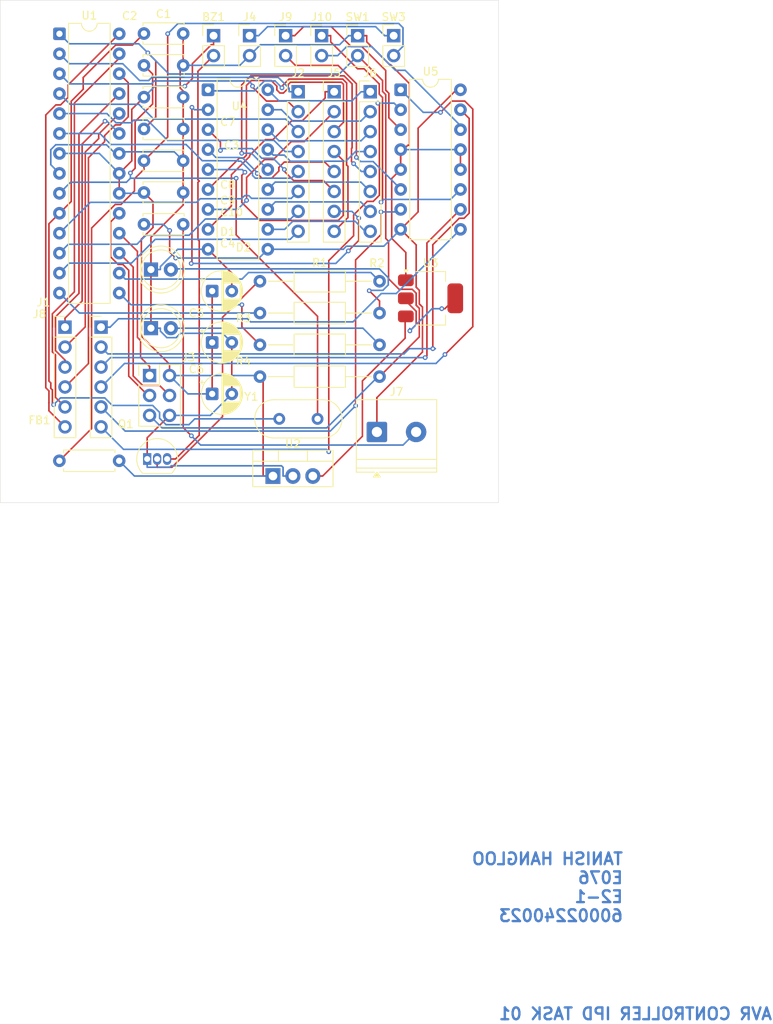
<source format=kicad_pcb>
(kicad_pcb (version 20241229) (generator "pcbnew") (generator_version "9.0")
  (layers (0 "F.Cu" signal) (2 "B.Cu" signal) (13 "F.Paste" user) (15 "B.Paste" user) (5 "F.SilkS" user "F.Silkscreen") (7 "B.SilkS" user "B.Silkscreen") (1 "F.Mask" user) (3 "B.Mask" user) (25 "Edge.Cuts" user))
  (net 0 "")
  (net 1 "5V")
  (net 2 "Net-(BZ1--)")
  (net 3 "GND")
  (net 4 "Net-(U1-XTAL2{slash}PB7)")
  (net 5 "Net-(U1-XTAL1{slash}PB6)")
  (net 6 "RESET")
  (net 7 "Net-(C8-Pad1)")
  (net 8 "Net-(C10-Pad2)")
  (net 9 "12V")
  (net 10 "Net-(D1-A)")
  (net 11 "Net-(D2-A)")
  (net 12 "Net-(J1-Pin_5)")
  (net 13 "Net-(J1-Pin_4)")
  (net 14 "Net-(J1-Pin_2)")
  (net 15 "Net-(J1-Pin_1)")
  (net 16 "Net-(J1-Pin_6)")
  (net 17 "Net-(J1-Pin_3)")
  (net 18 "Net-(J2-Pin_4)")
  (net 19 "Net-(J2-Pin_8)")
  (net 20 "Net-(J2-Pin_6)")
  (net 21 "Net-(J2-Pin_3)")
  (net 22 "Net-(J2-Pin_2)")
  (net 23 "Net-(J2-Pin_1)")
  (net 24 "Net-(J2-Pin_5)")
  (net 25 "Net-(J2-Pin_7)")
  (net 26 "SCK")
  (net 27 "MISO")
  (net 28 "MOSI")
  (net 29 "Net-(J4-Pad1)")
  (net 30 "Net-(J5-Pin_8)")
  (net 31 "Net-(J5-Pin_4)")
  (net 32 "Net-(J5-Pin_3)")
  (net 33 "Net-(J5-Pin_5)")
  (net 34 "Net-(J5-Pin_2)")
  (net 35 "Net-(J5-Pin_1)")
  (net 36 "Net-(J5-Pin_7)")
  (net 37 "Net-(J5-Pin_6)")
  (net 38 "Net-(J6-Pin_4)")
  (net 39 "Net-(J6-Pin_5)")
  (net 40 "Net-(J6-Pin_3)")
  (net 41 "Net-(J6-Pin_8)")
  (net 42 "Net-(J6-Pin_7)")
  (net 43 "Net-(J6-Pin_6)")
  (net 44 "Net-(J6-Pin_1)")
  (net 45 "Net-(J6-Pin_2)")
  (net 46 "Net-(J8-Pin_6)")
  (net 47 "Net-(J8-Pin_5)")
  (net 48 "Net-(J8-Pin_2)")
  (net 49 "Net-(J8-Pin_3)")
  (net 50 "Net-(J8-Pin_4)")
  (net 51 "Net-(J8-Pin_1)")
  (net 52 "Net-(J9-Pin_2)")
  (net 53 "Net-(J9-Pin_1)")
  (net 54 "Net-(J10-Pin_1)")
  (net 55 "Net-(J10-Pin_2)")
  (net 56 "Net-(Q1-G)")
  (net 57 "PWM1")
  (net 58 "GPIO_FLAG_1")
  (net 59 "GPIO_FLAG_2")
  (net 60 "Net-(U2-OUT)")
  (net 61 "+3V0")
  (footprint "Package_TO_SOT_THT:TO-220-3_Vertical" (layer "F.Cu") (at 158.26 121.11)
    (property "Reference" "U2")
    (property "Value" "L7805")
  )
  (footprint "Package_DIP:DIP-28_W7.62mm" (layer "F.Cu") (at 131.05 64.78)
    (property "Reference" "U1")
    (property "Value" "ATmega328-P")
  )
  (footprint "LED_THT:LED_D5.0mm" (layer "F.Cu") (at 142.71 102.28)
    (property "Reference" "D2")
    (property "Value" "LED")
  )
  (footprint "Capacitor_THT:C_Disc_D5.0mm_W2.5mm_P5.00mm" (layer "F.Cu") (at 141.82 76.9)
    (property "Reference" "C7")
    (property "Value" "1uf")
  )
  (footprint "Resistor_THT:R_Axial_DIN0207_L6.3mm_D2.5mm_P15.24mm_Horizontal" (layer "F.Cu") (at 156.6 96.3)
    (property "Reference" "R1")
    (property "Value" "R")
  )
  (footprint "Package_TO_SOT_SMD:SOT-223-3_TabPin2" (layer "F.Cu") (at 178.34 98.475)
    (property "Reference" "U3")
    (property "Value" "AMS1117-3.3")
  )
  (footprint "Connector_PinHeader_2.54mm:PinHeader_1x02_P2.54mm_Vertical" (layer "F.Cu") (at 169.05 65.02)
    (property "Reference" "SW1")
    (property "Value" "SW_Push")
  )
  (footprint "Capacitor_THT:C_Disc_D5.0mm_W2.5mm_P5.00mm" (layer "F.Cu") (at 141.82 89.05)
    (property "Reference" "C10")
    (property "Value" "100uf")
  )
  (footprint "Connector_PinHeader_2.54mm:PinHeader_1x06_P2.54mm_Vertical" (layer "F.Cu") (at 131.76 102.15)
    (property "Reference" "J1")
    (property "Value" "Conn_01x06")
  )
  (footprint "Connector_PinHeader_2.54mm:PinHeader_1x08_P2.54mm_Vertical" (layer "F.Cu") (at 166.06 72.16)
    (property "Reference" "J5")
    (property "Value" "Conn_01x08")
  )
  (footprint "Connector_PinHeader_2.54mm:PinHeader_1x02_P2.54mm_Vertical" (layer "F.Cu") (at 164.46 65.02)
    (property "Reference" "J10")
    (property "Value" "Screw_Terminal_01x02")
  )
  (footprint "Connector_PinHeader_2.54mm:PinHeader_1x06_P2.54mm_Vertical" (layer "F.Cu") (at 136.35 102.15)
    (property "Reference" "J8")
    (property "Value" "Screw_Terminal_01x06")
  )
  (footprint "Connector_PinHeader_2.54mm:PinHeader_1x02_P2.54mm_Vertical" (layer "F.Cu") (at 150.69 65.02)
    (property "Reference" "BZ1")
    (property "Value" "Buzzer")
  )
  (footprint "Resistor_THT:R_Axial_DIN0207_L6.3mm_D2.5mm_P15.24mm_Horizontal" (layer "F.Cu") (at 156.6 108.45)
    (property "Reference" "R4")
    (property "Value" "R")
  )
  (footprint "Connector_PinHeader_2.54mm:PinHeader_1x02_P2.54mm_Vertical" (layer "F.Cu") (at 155.28 65.02)
    (property "Reference" "J4")
    (property "Value" "Barrel_Jack")
  )
  (footprint "Package_TO_SOT_THT:TO-92_Inline" (layer "F.Cu") (at 142.23 118.94)
    (property "Reference" "Q1")
    (property "Value" "2N7000")
  )
  (footprint "Capacitor_THT:CP_Radial_D5.0mm_P2.50mm" (layer "F.Cu") (at 150.5098 97.55)
    (property "Reference" "C4")
    (property "Value" "100nf")
  )
  (footprint "Connector_PinHeader_2.54mm:PinHeader_2x03_P2.54mm_Vertical" (layer "F.Cu") (at 142.54 108.31)
    (property "Reference" "J3")
    (property "Value" "Conn_02x03_Odd_Even")
  )
  (footprint "Capacitor_THT:CP_Radial_D5.0mm_P2.50mm" (layer "F.Cu") (at 150.5098 104.1)
    (property "Reference" "C5")
    (property "Value" "100nf")
  )
  (footprint "Connector_PinHeader_2.54mm:PinHeader_1x08_P2.54mm_Vertical" (layer "F.Cu") (at 170.65 72.16)
    (property "Reference" "J6")
    (property "Value" "Conn_01x08")
  )
  (footprint "Resistor_THT:R_Axial_DIN0207_L6.3mm_D2.5mm_P15.24mm_Horizontal" (layer "F.Cu") (at 156.6 100.35)
    (property "Reference" "R2")
    (property "Value" "R")
  )
  (footprint "Resistor_THT:R_Axial_DIN0207_L6.3mm_D2.5mm_P7.62mm_Horizontal" (layer "F.Cu") (at 131.04 119.17)
    (property "Reference" "FB1")
    (property "Value" "FerriteBead")
  )
  (footprint "Connector_PinHeader_2.54mm:PinHeader_1x02_P2.54mm_Vertical" (layer "F.Cu") (at 159.87 65.02)
    (property "Reference" "J9")
    (property "Value" "Screw_Terminal_01x02")
  )
  (footprint "Resistor_THT:R_Axial_DIN0207_L6.3mm_D2.5mm_P15.24mm_Horizontal" (layer "F.Cu") (at 156.6 104.4)
    (property "Reference" "R3")
    (property "Value" "R")
  )
  (footprint "Capacitor_THT:C_Disc_D5.0mm_W2.5mm_P5.00mm" (layer "F.Cu") (at 141.82 68.8)
    (property "Reference" "C2")
    (property "Value" "22pf")
  )
  (footprint "Crystal:Crystal_HC49-U_Vertical" (layer "F.Cu") (at 159.06 113.83)
    (property "Reference" "Y1")
    (property "Value" "Crystal")
  )
  (footprint "Capacitor_THT:C_Disc_D5.0mm_W2.5mm_P5.00mm" (layer "F.Cu") (at 141.82 64.75)
    (property "Reference" "C1")
    (property "Value" "22pf")
  )
  (footprint "Connector_PinHeader_2.54mm:PinHeader_1x08_P2.54mm_Vertical" (layer "F.Cu") (at 161.47 72.16)
    (property "Reference" "J2")
    (property "Value" "Conn_01x08")
  )
  (footprint "Capacitor_THT:C_Disc_D5.0mm_W2.5mm_P5.00mm" (layer "F.Cu") (at 141.82 85)
    (property "Reference" "C9")
    (property "Value" "1uf")
  )
  (footprint "Connector_PinHeader_2.54mm:PinHeader_1x02_P2.54mm_Vertical" (layer "F.Cu") (at 173.64 65.02)
    (property "Reference" "SW3")
    (property "Value" "SW_Push")
  )
  (footprint "LED_THT:LED_D5.0mm" (layer "F.Cu") (at 142.71 94.81)
    (property "Reference" "D1")
    (property "Value" "LED")
  )
  (footprint "TerminalBlock_Phoenix:TerminalBlock_Phoenix_PT-1,5-2-5.0-H_1x02_P5.00mm_Horizontal" (layer "F.Cu") (at 171.5 115.5)
    (property "Reference" "J7")
    (property "Value" "Barrel_Jack")
  )
  (footprint "Capacitor_THT:C_Disc_D5.0mm_W2.5mm_P5.00mm" (layer "F.Cu") (at 141.82 80.95)
    (property "Reference" "C8")
    (property "Value" "1uf")
  )
  (footprint "Capacitor_THT:CP_Radial_D5.0mm_P2.50mm" (layer "F.Cu") (at 150.5098 110.65)
    (property "Reference" "C6")
    (property "Value" "10uf")
  )
  (footprint "Capacitor_THT:C_Disc_D5.0mm_W2.5mm_P5.00mm" (layer "F.Cu") (at 141.82 72.85)
    (property "Reference" "C3")
    (property "Value" "C")
  )
  (footprint "Package_DIP:DIP-18_W7.62mm" (layer "F.Cu") (at 149.98 71.91)
    (property "Reference" "U4")
    (property "Value" "ULN2803A")
  )
  (footprint "Package_DIP:DIP-16_W7.62mm" (layer "F.Cu") (at 174.53 71.91)
    (property "Reference" "U5")
    (property "Value" "L293")
  )
  (gr_rect (start 123.5 60.5) (end 187 124.5) (stroke (width 0.05)) (fill no) (layer "Edge.Cuts"))
  (gr_text "AVR CONTROLLER IPD TASK 01\n" (at 222 190.5 0) (layer "B.Cu") (effects (font (size 1.5 1.5) (thickness 0.3) (bold yes)) (justify left bottom mirror)))
  (gr_text "TANISH HANGLOO\nE076\nE2-1\n60002240023" (at 203 178 0) (layer "B.Cu") (effects (font (size 1.5 1.5) (thickness 0.3) (bold yes)) (justify left bottom mirror)))
  (segment (start 147.9906 70.4889) (end 147.0357 71.4438) (width 0.2) (layer "F.Cu") (net 1))
  (segment (start 150.5098 97.55) (end 150.5098 104.1) (width 0.2) (layer "F.Cu") (net 1))
  (segment (start 138.67 82.56) (end 138.67 85.1) (width 0.2) (layer "F.Cu") (net 1))
  (segment (start 150.4021 66.1717) (end 147.9906 68.5832) (width 0.2) (layer "F.Cu") (net 1))
  (segment (start 157.0058 121.11) (end 157.0058 108.8558) (width 0.2) (layer "F.Cu") (net 1))
  (segment (start 140.2672 74.4028) (end 140.2672 80.9628) (width 0.2) (layer "F.Cu") (net 1))
  (segment (start 141.4872 90.9409) (end 141.4872 103.2839) (width 0.2) (layer "F.Cu") (net 1))
  (segment (start 145.08 106.8767) (end 145.08 108.31) (width 0.2) (layer "F.Cu") (net 1))
  (segment (start 141.4872 103.2839) (end 145.08 106.8767) (width 0.2) (layer "F.Cu") (net 1))
  (segment (start 141.82 85) (end 142.9711 86.1511) (width 0.2) (layer "F.Cu") (net 1))
  (segment (start 142.9711 89.457) (end 141.4872 90.9409) (width 0.2) (layer "F.Cu") (net 1))
  (segment (start 147.9906 68.5832) (end 147.9906 70.4889) (width 0.2) (layer "F.Cu") (net 1))
  (segment (start 142.9711 86.1511) (end 142.9711 89.457) (width 0.2) (layer "F.Cu") (net 1))
  (segment (start 158.26 121.11) (end 157.0058 121.11) (width 0.2) (layer "F.Cu") (net 1))
  (segment (start 141.82 72.85) (end 140.2672 74.4028) (width 0.2) (layer "F.Cu") (net 1))
  (segment (start 140.2672 80.9628) (end 138.67 82.56) (width 0.2) (layer "F.Cu") (net 1))
  (segment (start 150.5098 104.1) (end 150.5098 110.65) (width 0.2) (layer "F.Cu") (net 1))
  (segment (start 150.69 66.1717) (end 150.4021 66.1717) (width 0.2) (layer "F.Cu") (net 1))
  (segment (start 150.69 65.02) (end 150.69 66.1717) (width 0.2) (layer "F.Cu") (net 1))
  (segment (start 157.0058 108.8558) (end 156.6 108.45) (width 0.2) (layer "F.Cu") (net 1))
  (via (at 147.0357 71.4438) (size 0.6) (drill 0.3) (layers "F.Cu" "B.Cu") (net 1))
  (segment (start 138.67 85.1) (end 141.72 85.1) (width 0.2) (layer "B.Cu") (net 1))
  (segment (start 147.0357 71.4438) (end 143.2262 71.4438) (width 0.2) (layer "B.Cu") (net 1))
  (segment (start 141.72 85.1) (end 141.82 85) (width 0.2) (layer "B.Cu") (net 1))
  (segment (start 138.66 119.17) (end 140.6 121.11) (width 0.2) (layer "B.Cu") (net 1))
  (segment (start 143.2262 71.4438) (end 141.82 72.85) (width 0.2) (layer "B.Cu") (net 1))
  (segment (start 156.46 108.31) (end 156.6 108.45) (width 0.2) (layer "B.Cu") (net 1))
  (segment (start 140.6 121.11) (end 158.26 121.11) (width 0.2) (layer "B.Cu") (net 1))
  (segment (start 145.08 108.31) (end 147.42 110.65) (width 0.2) (layer "B.Cu") (net 1))
  (segment (start 147.42 110.65) (end 150.5098 110.65) (width 0.2) (layer "B.Cu") (net 1))
  (segment (start 136.13 80.02) (end 131.05 80.02) (width 0.2) (layer "B.Cu") (net 1))
  (segment (start 145.08 108.31) (end 156.46 108.31) (width 0.2) (layer "B.Cu") (net 1))
  (segment (start 138.67 82.56) (end 136.13 80.02) (width 0.2) (layer "B.Cu") (net 1))
  (segment (start 145.5967 118.94) (end 145.837 118.94) (width 0.2) (layer "F.Cu") (net 2))
  (segment (start 150.69 67.56) (end 148.697 69.553) (width 0.2) (layer "F.Cu") (net 2))
  (segment (start 144.77 118.94) (end 145.5967 118.94) (width 0.2) (layer "F.Cu") (net 2))
  (segment (start 148.697 69.553) (end 148.697 83.3719) (width 0.2) (layer "F.Cu") (net 2))
  (segment (start 148.6985 90.9934) (end 148.6985 83.703) (width 0.2) (layer "F.Cu") (net 2))
  (segment (start 148.8633 115.9137) (end 148.8633 91.1582) (width 0.2) (layer "F.Cu") (net 2))
  (segment (start 145.837 118.94) (end 148.8633 115.9137) (width 0.2) (layer "F.Cu") (net 2))
  (segment (start 148.697 83.3719) (end 148.8633 83.5382) (width 0.2) (layer "F.Cu") (net 2))
  (segment (start 148.6985 83.703) (end 148.8633 83.5382) (width 0.2) (layer "F.Cu") (net 2))
  (segment (start 148.6985 90.9934) (end 148.8633 91.1582) (width 0.2) (layer "F.Cu") (net 2))
  (segment (start 148.697 83.3719) (end 148.8633 83.5382) (width 0.2) (layer "F.Cu") (net 2))
  (segment (start 148.6985 90.9934) (end 148.8633 91.1582) (width 0.2) (layer "F.Cu") (net 2))
  (segment (start 146.434 69.186) (end 146.434 71.6929) (width 0.2) (layer "F.Cu") (net 3))
  (segment (start 175.43 78.979) (end 175.5602 78.979) (width 0.2) (layer "F.Cu") (net 3))
  (segment (start 175.19 96.175) (end 175.19 92.6411) (width 0.2) (layer "F.Cu") (net 3))
  (segment (start 142.71 94.81) (end 142.71 102.28) (width 0.2) (layer "F.Cu") (net 3))
  (segment (start 149.98 92.23) (end 153.0098 95.2598) (width 0.2) (layer "F.Cu") (net 3))
  (segment (start 174.53 79.53) (end 174.53 80.8) (width 0.2) (layer "F.Cu") (net 3))
  (segment (start 142.23 116.24) (end 145.08 113.39) (width 0.2) (layer "F.Cu") (net 3))
  (segment (start 146.82 72.85) (end 146.82 76.9) (width 0.2) (layer "F.Cu") (net 3))
  (segment (start 174.53 80.8) (end 174.53 82.07) (width 0.2) (layer "F.Cu") (net 3))
  (segment (start 142.71 94.81) (end 142.71 90.6957) (width 0.2) (layer "F.Cu") (net 3))
  (segment (start 153.0098 110.65) (end 153.0098 104.1) (width 0.2) (layer "F.Cu") (net 3))
  (segment (start 169.05 65.02) (end 170.2017 65.02) (width 0.2) (layer "F.Cu") (net 3))
  (segment (start 146.82 86.5857) (end 146.82 85) (width 0.2) (layer "F.Cu") (net 3))
  (segment (start 175.19 92.6411) (end 173.3903 90.8414) (width 0.2) (layer "F.Cu") (net 3))
  (segment (start 173.3903 90.8414) (end 173.3903 83.2097) (width 0.2) (layer "F.Cu") (net 3))
  (segment (start 153.0098 95.2598) (end 153.0098 97.55) (width 0.2) (layer "F.Cu") (net 3))
  (segment (start 146.82 76.9) (end 146.82 80.95) (width 0.2) (layer "F.Cu") (net 3))
  (segment (start 170.2017 65.7973) (end 170.2017 65.02) (width 0.2) (layer "F.Cu") (net 3))
  (segment (start 146.434 71.6929) (end 146.8199 72.0788) (width 0.2) (layer "F.Cu") (net 3))
  (segment (start 146.82 72.0788) (end 146.82 72.85) (width 0.2) (layer "F.Cu") (net 3))
  (segment (start 142.23 118.94) (end 142.23 116.24) (width 0.2) (layer "F.Cu") (net 3))
  (segment (start 175.6577 71.1285) (end 173.2469 68.7177) (width 0.2) (layer "F.Cu") (net 3))
  (segment (start 173.2469 68.7177) (end 173.1221 68.7177) (width 0.2) (layer "F.Cu") (net 3))
  (segment (start 173.1221 68.7177) (end 170.2017 65.7973) (width 0.2) (layer "F.Cu") (net 3))
  (segment (start 146.82 68.8) (end 146.82 64.75) (width 0.2) (layer "F.Cu") (net 3))
  (segment (start 182.15 79.53) (end 182.15 82.07) (width 0.2) (layer "F.Cu") (net 3))
  (segment (start 175.5602 78.979) (end 175.6577 78.8815) (width 0.2) (layer "F.Cu") (net 3))
  (segment (start 174.53 79.879) (end 175.43 78.979) (width 0.2) (layer "F.Cu") (net 3))
  (segment (start 174.53 80.8) (end 174.53 79.879) (width 0.2) (layer "F.Cu") (net 3))
  (segment (start 175.6577 78.8815) (end 175.6577 71.1285) (width 0.2) (layer "F.Cu") (net 3))
  (segment (start 142.71 90.6957) (end 146.82 86.5857) (width 0.2) (layer "F.Cu") (net 3))
  (segment (start 146.82 68.8) (end 146.434 69.186) (width 0.2) (layer "F.Cu") (net 3))
  (segment (start 146.82 80.95) (end 146.82 85) (width 0.2) (layer "F.Cu") (net 3))
  (segment (start 173.3903 83.2097) (end 174.53 82.07) (width 0.2) (layer "F.Cu") (net 3))
  (segment (start 146.8199 72.0788) (end 146.82 72.0788) (width 0.2) (layer "F.Cu") (net 3))
  (segment (start 145.1125 119.9917) (end 142.23 119.9917) (width 0.2) (layer "B.Cu") (net 3))
  (segment (start 142.23 118.94) (end 142.23 119.9917) (width 0.2) (layer "B.Cu") (net 3))
  (segment (start 153.0098 110.65) (end 150.2698 113.39) (width 0.2) (layer "B.Cu") (net 3))
  (segment (start 129.947 79.5441) (end 130.5811 78.91) (width 0.2) (layer "B.Cu") (net 3))
  (segment (start 138.1493 80.02) (end 138.67 80.02) (width 0.2) (layer "B.Cu") (net 3))
  (segment (start 160.8 121.11) (end 159.5458 121.11) (width 0.2) (layer "B.Cu") (net 3))
  (segment (start 138.8753 79.8147) (end 145.6847 79.8147) (width 0.2) (layer "B.Cu") (net 3))
  (segment (start 131.05 82.56) (end 129.947 81.457) (width 0.2) (layer "B.Cu") (net 3))
  (segment (start 156.6683 66.1717) (end 155.28 67.56) (width 0.2) (layer "B.Cu") (net 3))
  (segment (start 154.04 68.8) (end 146.82 68.8) (width 0.2) (layer "B.Cu") (net 3))
  (segment (start 159.5458 121.11) (end 159.5458 120.0126) (width 0.2) (layer "B.Cu") (net 3))
  (segment (start 166.7466 66.1717) (end 156.6683 66.1717) (width 0.2) (layer "B.Cu") (net 3))
  (segment (start 145.2959 119.8083) (end 145.1125 119.9917) (width 0.2) (layer "B.Cu") (net 3))
  (segment (start 129.947 81.457) (end 129.947 79.5441) (width 0.2) (layer "B.Cu") (net 3))
  (segment (start 145.9169 103.4817) (end 144.7378 103.4817) (width 0.2) (layer "B.Cu") (net 3))
  (segment (start 144.7378 103.4817) (end 143.9117 102.6556) (width 0.2) (layer "B.Cu") (net 3))
  (segment (start 153.0098 104.1) (end 151.8435 102.9337) (width 0.2) (layer "B.Cu") (net 3))
  (segment (start 142.71 102.28) (end 143.9117 102.28) (width 0.2) (layer "B.Cu") (net 3))
  (segment (start 143.9117 94.81) (end 143.9117 94.4345) (width 0.2) (layer "B.Cu") (net 3))
  (segment (start 169.05 65.02) (end 167.8983 65.02) (width 0.2) (layer "B.Cu") (net 3))
  (segment (start 159.3415 119.8083) (end 145.2959 119.8083) (width 0.2) (layer "B.Cu") (net 3))
  (segment (start 142.71 94.81) (end 143.9117 94.81) (width 0.2) (layer "B.Cu") (net 3))
  (segment (start 174.53 79.53) (end 182.15 79.53) (width 0.2) (layer "B.Cu") (net 3))
  (segment (start 146.1162 92.23) (end 149.98 92.23) (width 0.2) (layer "B.Cu") (net 3))
  (segment (start 143.9117 94.4345) (end 146.1162 92.23) (width 0.2) (layer "B.Cu") (net 3))
  (segment (start 167.8983 65.02) (end 166.7466 66.1717) (width 0.2) (layer "B.Cu") (net 3))
  (segment (start 159.5458 120.0126) (end 159.3415 119.8083) (width 0.2) (layer "B.Cu") (net 3))
  (segment (start 137.0393 78.91) (end 138.1493 80.02) (width 0.2) (layer "B.Cu") (net 3))
  (segment (start 145.6847 79.8147) (end 146.82 80.95) (width 0.2) (layer "B.Cu") (net 3))
  (segment (start 155.28 67.56) (end 154.04 68.8) (width 0.2) (layer "B.Cu") (net 3))
  (segment (start 130.5811 78.91) (end 137.0393 78.91) (width 0.2) (layer "B.Cu") (net 3))
  (segment (start 150.2698 113.39) (end 145.08 113.39) (width 0.2) (layer "B.Cu") (net 3))
  (segment (start 151.8435 102.9337) (end 146.4649 102.9337) (width 0.2) (layer "B.Cu") (net 3))
  (segment (start 143.9117 102.6556) (end 143.9117 102.28) (width 0.2) (layer "B.Cu") (net 3))
  (segment (start 146.4649 102.9337) (end 145.9169 103.4817) (width 0.2) (layer "B.Cu") (net 3))
  (segment (start 138.67 80.02) (end 138.8753 79.8147) (width 0.2) (layer "B.Cu") (net 3))
  (segment (start 132.552 86.138) (end 131.05 87.64) (width 0.2) (layer "F.Cu") (net 4))
  (segment (start 138.2073 66.2183) (end 134.0775 70.3481) (width 0.2) (layer "F.Cu") (net 4))
  (segment (start 141.82 64.75) (end 140.3517 66.2183) (width 0.2) (layer "F.Cu") (net 4))
  (segment (start 129.9482 109.2514) (end 129.7107 109.0139) (width 0.2) (layer "F.Cu") (net 4))
  (segment (start 129.9482 109.9398) (end 129.9482 109.2514) (width 0.2) (layer "F.Cu") (net 4))
  (segment (start 130.1484 110.14) (end 129.9482 109.9398) (width 0.2) (layer "F.Cu") (net 4))
  (segment (start 129.7107 109.0139) (end 129.7107 88.9793) (width 0.2) (layer "F.Cu") (net 4))
  (segment (start 132.552 73.3672) (end 132.552 86.138) (width 0.2) (layer "F.Cu") (net 4))
  (segment (start 134.0775 70.3481) (end 134.0775 71.8417) (width 0.2) (layer "F.Cu") (net 4))
  (segment (start 129.7107 88.9793) (end 131.05 87.64) (width 0.2) (layer "F.Cu") (net 4))
  (segment (start 140.3517 66.2183) (end 138.2073 66.2183) (width 0.2) (layer "F.Cu") (net 4))
  (segment (start 130.31 112.0292) (end 130.1484 111.8676) (width 0.2) (layer "F.Cu") (net 4))
  (segment (start 134.0775 71.8417) (end 132.552 73.3672) (width 0.2) (layer "F.Cu") (net 4))
  (segment (start 130.1484 111.8676) (end 130.1484 110.14) (width 0.2) (layer "F.Cu") (net 4))
  (via (at 130.31 112.0292) (size 0.6) (drill 0.3) (layers "F.Cu" "B.Cu") (net 4))
  (segment (start 131.1809 111.1583) (end 130.31 112.0292) (width 0.2) (layer "B.Cu") (net 4))
  (segment (start 142.9254 112.12) (end 137.7888 112.12) (width 0.2) (layer "B.Cu") (net 4))
  (segment (start 136.8271 111.1583) (end 131.1809 111.1583) (width 0.2) (layer "B.Cu") (net 4))
  (segment (start 143.81 113.0046) (end 142.9254 112.12) (width 0.2) (layer "B.Cu") (net 4))
  (segment (start 143.81 113.7487) (end 143.81 113.0046) (width 0.2) (layer "B.Cu") (net 4))
  (segment (start 137.7888 112.12) (end 136.8271 111.1583) (width 0.2) (layer "B.Cu") (net 4))
  (segment (start 148.2914 113.83) (end 147.5648 114.5566) (width 0.2) (layer "B.Cu") (net 4))
  (segment (start 159.06 113.83) (end 148.2914 113.83) (width 0.2) (layer "B.Cu") (net 4))
  (segment (start 147.556 114.5654) (end 144.6267 114.5654) (width 0.2) (layer "B.Cu") (net 4))
  (segment (start 147.5648 114.5566) (end 147.556 114.5654) (width 0.2) (layer "B.Cu") (net 4))
  (segment (start 144.6267 114.5654) (end 143.81 113.7487) (width 0.2) (layer "B.Cu") (net 4))
  (segment (start 147.5648 114.5566) (end 147.556 114.5654) (width 0.2) (layer "B.Cu") (net 4))
  (segment (start 140.0938 82.5083) (end 140.6943 81.9078) (width 0.2) (layer "F.Cu") (net 5))
  (segment (start 142.9217 69.9017) (end 141.82 68.8) (width 0.2) (layer "F.Cu") (net 5))
  (segment (start 153.5671 90.3955) (end 163.94 100.7684) (width 0.2) (layer "F.Cu") (net 5))
  (segment (start 140.6943 75.9485) (end 142.9217 73.7211) (width 0.2) (layer "F.Cu") (net 5))
  (segment (start 163.94 100.7684) (end 163.94 113.83) (width 0.2) (layer "F.Cu") (net 5))
  (segment (start 140.6943 81.9078) (end 140.6943 75.9485) (width 0.2) (layer "F.Cu") (net 5))
  (segment (start 142.9217 73.7211) (end 142.9217 69.9017) (width 0.2) (layer "F.Cu") (net 5))
  (segment (start 153.5671 83.1777) (end 153.5671 90.3955) (width 0.2) (layer "F.Cu") (net 5))
  (via (at 140.0938 82.5083) (size 0.6) (drill 0.3) (layers "F.Cu" "B.Cu") (net 5))
  (via (at 153.5671 83.1777) (size 0.6) (drill 0.3) (layers "F.Cu" "B.Cu") (net 5))
  (segment (start 140.0938 83.1777) (end 139.5831 83.6884) (width 0.2) (layer "B.Cu") (net 5))
  (segment (start 140.0938 83.1777) (end 153.5671 83.1777) (width 0.2) (layer "B.Cu") (net 5))
  (segment (start 140.0938 83.1777) (end 140.0938 82.5083) (width 0.2) (layer "B.Cu") (net 5))
  (segment (start 139.5831 83.6884) (end 132.4616 83.6884) (width 0.2) (layer "B.Cu") (net 5))
  (segment (start 132.4616 83.6884) (end 131.05 85.1) (width 0.2) (layer "B.Cu") (net 5))
  (segment (start 143.3234 68.2207) (end 143.3234 75.3966) (width 0.2) (layer "F.Cu") (net 6))
  (segment (start 172.2233 72.1238) (end 172.2233 70.7333) (width 0.2) (layer "F.Cu") (net 6))
  (segment (start 176.6727 99.5217) (end 176.5064 99.3554) (width 0.2) (layer "F.Cu") (net 6))
  (segment (start 174.33 97.325) (end 172.9901 95.9851) (width 0.2) (layer "F.Cu") (net 6))
  (segment (start 172.625 72.5255) (end 172.2233 72.1238) (width 0.2) (layer "F.Cu") (net 6))
  (segment (start 172.6326 75.708) (end 172.625 75.7004) (width 0.2) (layer "F.Cu") (net 6))
  (segment (start 176.0078 97.325) (end 174.33 97.325) (width 0.2) (layer "F.Cu") (net 6))
  (segment (start 176.5064 97.8236) (end 176.0078 97.325) (width 0.2) (layer "F.Cu") (net 6))
  (segment (start 176.9081 99.7571) (end 176.6727 99.5217) (width 0.2) (layer "F.Cu") (net 6))
  (segment (start 172.2233 70.7333) (end 169.05 67.56) (width 0.2) (layer "F.Cu") (net 6))
  (segment (start 172.9901 91.2092) (end 172.6326 90.8517) (width 0.2) (layer "F.Cu") (net 6))
  (segment (start 172.625 75.7004) (end 172.625 72.5255) (width 0.2) (layer "F.Cu") (net 6))
  (segment (start 172.9901 95.9851) (end 172.9901 91.2092) (width 0.2) (layer "F.Cu") (net 6))
  (segment (start 172.6326 90.8517) (end 172.6326 75.708) (width 0.2) (layer "F.Cu") (net 6))
  (segment (start 176.9081 103.3819) (end 176.9081 99.7571) (width 0.2) (layer "F.Cu") (net 6))
  (segment (start 176.6727 99.5217) (end 176.5064 99.3554) (width 0.2) (layer "F.Cu") (net 6))
  (segment (start 142.3146 67.2119) (end 143.3234 68.2207) (width 0.2) (layer "F.Cu") (net 6))
  (segment (start 143.3234 75.3966) (end 141.82 76.9) (width 0.2) (layer "F.Cu") (net 6))
  (segment (start 171.84 108.45) (end 176.9081 103.3819) (width 0.2) (layer "F.Cu") (net 6))
  (segment (start 176.5064 99.3554) (end 176.5064 97.8236) (width 0.2) (layer "F.Cu") (net 6))
  (via (at 142.3146 67.2119) (size 0.6) (drill 0.3) (layers "F.Cu" "B.Cu") (net 6))
  (segment (start 142.3146 67.2119) (end 141.1527 66.05) (width 0.2) (layer "B.Cu") (net 6))
  (segment (start 171.6437 108.45) (end 165.1117 114.982) (width 0.2) (layer "B.Cu") (net 6))
  (segment (start 141.1527 66.05) (end 132.32 66.05) (width 0.2) (layer "B.Cu") (net 6))
  (segment (start 144.132 114.982) (end 142.54 113.39) (width 0.2) (layer "B.Cu") (net 6))
  (segment (start 165.1117 114.982) (end 144.132 114.982) (width 0.2) (layer "B.Cu") (net 6))
  (segment (start 132.32 66.05) (end 131.05 64.78) (width 0.2) (layer "B.Cu") (net 6))
  (segment (start 145.0044 69.9017) (end 142.3146 67.2119) (width 0.2) (layer "B.Cu") (net 6))
  (segment (start 169.05 67.56) (end 166.7083 69.9017) (width 0.2) (layer "B.Cu") (net 6))
  (segment (start 166.7083 69.9017) (end 145.0044 69.9017) (width 0.2) (layer "B.Cu") (net 6))
  (segment (start 171.84 108.45) (end 171.6437 108.45) (width 0.2) (layer "B.Cu") (net 6))
  (segment (start 135.1461 89.5282) (end 138.1576 86.5167) (width 0.2) (layer "F.Cu") (net 7))
  (segment (start 141.82 82.038) (end 141.82 80.95) (width 0.2) (layer "F.Cu") (net 7))
  (segment (start 141.82 80.95) (end 144.8443 77.9257) (width 0.2) (layer "F.Cu") (net 7))
  (segment (start 144.8443 77.9257) (end 144.8443 64.7769) (width 0.2) (layer "F.Cu") (net 7))
  (segment (start 140.6076 83.2504) (end 141.82 82.038) (width 0.2) (layer "F.Cu") (net 7))
  (segment (start 135.1461 115.0639) (end 135.1461 89.5282) (width 0.2) (layer "F.Cu") (net 7))
  (segment (start 131.04 119.17) (end 135.1461 115.0639) (width 0.2) (layer "F.Cu") (net 7))
  (segment (start 140.6076 84.8014) (end 140.6076 83.2504) (width 0.2) (layer "F.Cu") (net 7))
  (segment (start 138.8923 86.5167) (end 140.6076 84.8014) (width 0.2) (layer "F.Cu") (net 7))
  (segment (start 138.1576 86.5167) (end 138.8923 86.5167) (width 0.2) (layer "F.Cu") (net 7))
  (via (at 144.8443 64.7769) (size 0.6) (drill 0.3) (layers "F.Cu" "B.Cu") (net 7))
  (segment (start 146.157 63.4642) (end 174.2785 63.4642) (width 0.2) (layer "B.Cu") (net 7))
  (segment (start 174.8248 64.0105) (end 174.8248 66.3752) (width 0.2) (layer "B.Cu") (net 7))
  (segment (start 144.8443 64.7769) (end 146.157 63.4642) (width 0.2) (layer "B.Cu") (net 7))
  (segment (start 174.2785 63.4642) (end 174.8248 64.0105) (width 0.2) (layer "B.Cu") (net 7))
  (segment (start 174.8248 66.3752) (end 173.64 67.56) (width 0.2) (layer "B.Cu") (net 7))
  (segment (start 146.82 114.9471) (end 147.8598 115.9869) (width 0.2) (layer "F.Cu") (net 8))
  (segment (start 146.82 89.05) (end 146.82 114.9471) (width 0.2) (layer "F.Cu") (net 8))
  (via (at 147.8598 115.9869) (size 0.6) (drill 0.3) (layers "F.Cu" "B.Cu") (net 8))
  (segment (start 174.8363 117.1637) (end 149.0366 117.1637) (width 0.2) (layer "B.Cu") (net 8))
  (segment (start 176.5 115.5) (end 174.8363 117.1637) (width 0.2) (layer "B.Cu") (net 8))
  (segment (start 149.0366 117.1637) (end 147.8598 115.9869) (width 0.2) (layer "B.Cu") (net 8))
  (segment (start 176.7536 76.794) (end 176.7536 87.4664) (width 0.2) (layer "F.Cu") (net 9))
  (segment (start 145.0929 89.8378) (end 145.0929 92.5771) (width 0.2) (layer "F.Cu") (net 9))
  (segment (start 177.3098 105.315) (end 171.5 111.1248) (width 0.2) (layer "F.Cu") (net 9))
  (segment (start 176.5064 97.0554) (end 176.5064 91.6664) (width 0.2) (layer "F.Cu") (net 9))
  (segment (start 176.9081 99.1891) (end 176.9081 97.4571) (width 0.2) (layer "F.Cu") (net 9))
  (segment (start 182.15 71.91) (end 181.6376 71.91) (width 0.2) (layer "F.Cu") (net 9))
  (segment (start 176.6727 97.2217) (end 176.5064 97.0554) (width 0.2) (layer "F.Cu") (net 9))
  (segment (start 181.6376 71.91) (end 176.7536 76.794) (width 0.2) (layer "F.Cu") (net 9))
  (segment (start 177.3098 99.5908) (end 177.3098 105.315) (width 0.2) (layer "F.Cu") (net 9))
  (segment (start 176.7536 87.4664) (end 174.53 89.69) (width 0.2) (layer "F.Cu") (net 9))
  (segment (start 176.6727 97.2217) (end 176.5064 97.0554) (width 0.2) (layer "F.Cu") (net 9))
  (segment (start 176.5064 91.6664) (end 174.53 89.69) (width 0.2) (layer "F.Cu") (net 9))
  (segment (start 177.0744 99.3554) (end 176.9081 99.1891) (width 0.2) (layer "F.Cu") (net 9))
  (segment (start 171.5 111.1248) (end 171.5 115.5) (width 0.2) (layer "F.Cu") (net 9))
  (segment (start 177.0744 99.3554) (end 176.9081 99.1891) (width 0.2) (layer "F.Cu") (net 9))
  (segment (start 177.0744 99.3554) (end 177.3098 99.5908) (width 0.2) (layer "F.Cu") (net 9))
  (segment (start 176.9081 97.4571) (end 176.6727 97.2217) (width 0.2) (layer "F.Cu") (net 9))
  (segment (start 145.0929 92.5771) (end 145.8595 93.3437) (width 0.2) (layer "F.Cu") (net 9))
  (via (at 145.8595 93.3437) (size 0.6) (drill 0.3) (layers "F.Cu" "B.Cu") (net 9))
  (via (at 145.0929 89.8378) (size 0.6) (drill 0.3) (layers "F.Cu" "B.Cu") (net 9))
  (segment (start 172.3856 91.8344) (end 167.612 91.8344) (width 0.2) (layer "B.Cu") (net 9))
  (segment (start 141.82 89.05) (end 144.3051 89.05) (width 0.2) (layer "B.Cu") (net 9))
  (segment (start 174.53 89.69) (end 172.3856 91.8344) (width 0.2) (layer "B.Cu") (net 9))
  (segment (start 156.4863 93.3437) (end 157.6 92.23) (width 0.2) (layer "B.Cu") (net 9))
  (segment (start 145.8595 93.3437) (end 156.4863 93.3437) (width 0.2) (layer "B.Cu") (net 9))
  (segment (start 167.2165 92.2299) (end 167.2165 92.23) (width 0.2) (layer "B.Cu") (net 9))
  (segment (start 167.612 91.8344) (end 167.2165 92.2299) (width 0.2) (layer "B.Cu") (net 9))
  (segment (start 144.3051 89.05) (end 145.0929 89.8378) (width 0.2) (layer "B.Cu") (net 9))
  (segment (start 167.2165 92.23) (end 157.6 92.23) (width 0.2) (layer "B.Cu") (net 9))
  (segment (start 170.5235 97.506) (end 171.84 98.8225) (width 0.2) (layer "F.Cu") (net 10))
  (segment (start 171.84 98.8225) (end 171.84 100.35) (width 0.2) (layer "F.Cu") (net 10))
  (via (at 170.5235 97.506) (size 0.6) (drill 0.3) (layers "F.Cu" "B.Cu") (net 10))
  (segment (start 172.2554 97.4626) (end 170.5669 97.4626) (width 0.2) (layer "B.Cu") (net 10))
  (segment (start 172.9521 96.7659) (end 172.2554 97.4626) (width 0.2) (layer "B.Cu") (net 10))
  (segment (start 170.5669 97.4626) (end 170.5235 97.506) (width 0.2) (layer "B.Cu") (net 10))
  (segment (start 145.25 94.81) (end 145.3355 94.7245) (width 0.2) (layer "B.Cu") (net 10))
  (segment (start 172.9521 95.854) (end 172.9521 96.7659) (width 0.2) (layer "B.Cu") (net 10))
  (segment (start 171.8226 94.7245) (end 172.9521 95.854) (width 0.2) (layer "B.Cu") (net 10))
  (segment (start 145.3355 94.7245) (end 171.8226 94.7245) (width 0.2) (layer "B.Cu") (net 10))
  (segment (start 169.72 102.28) (end 171.84 104.4) (width 0.2) (layer "B.Cu") (net 11))
  (segment (start 145.25 102.28) (end 169.72 102.28) (width 0.2) (layer "B.Cu") (net 11))
  (segment (start 130.3836 105.5333) (end 130.5484 105.6981) (width 0.2) (layer "F.Cu") (net 12))
  (segment (start 130.5484 109.972) (end 130.5484 105.6981) (width 0.2) (layer "F.Cu") (net 12))
  (segment (start 132.9537 73.6043) (end 132.9537 97.6435) (width 0.2) (layer "F.Cu") (net 12))
  (segment (start 130.5501 109.9737) (end 130.5484 109.972) (width 0.2) (layer "F.Cu") (net 12))
  (segment (start 130.1482 100.449) (end 130.1482 105.2979) (width 0.2) (layer "F.Cu") (net 12))
  (segment (start 130.5501 111.1001) (end 130.5501 109.9737) (width 0.2) (layer "F.Cu") (net 12))
  (segment (start 130.3836 105.5333) (end 130.5484 105.6981) (width 0.2) (layer "F.Cu") (net 12))
  (segment (start 131.76 112.31) (end 130.5501 111.1001) (width 0.2) (layer "F.Cu") (net 12))
  (segment (start 132.9537 97.6435) (end 130.1482 100.449) (width 0.2) (layer "F.Cu") (net 12))
  (segment (start 130.1482 105.2979) (end 130.3836 105.5333) (width 0.2) (layer "F.Cu") (net 12))
  (segment (start 138.67 67.32) (end 138.67 67.888) (width 0.2) (layer "F.Cu") (net 12))
  (segment (start 138.67 67.888) (end 132.9537 73.6043) (width 0.2) (layer "F.Cu") (net 12))
  (segment (start 134.7444 80.5717) (end 136.8054 78.5107) (width 0.2) (layer "F.Cu") (net 13))
  (segment (start 138.7898 76.3783) (end 139.8169 75.3512) (width 0.2) (layer "F.Cu") (net 13))
  (segment (start 136.8054 77.7481) (end 138.1752 76.3783) (width 0.2) (layer "F.Cu") (net 13))
  (segment (start 136.8054 78.5107) (end 136.8054 77.7481) (width 0.2) (layer "F.Cu") (net 13))
  (segment (start 138.1752 76.3783) (end 138.7898 76.3783) (width 0.2) (layer "F.Cu") (net 13))
  (segment (start 139.8169 71.0069) (end 138.67 69.86) (width 0.2) (layer "F.Cu") (net 13))
  (segment (start 139.8169 75.3512) (end 139.8169 71.0069) (width 0.2) (layer "F.Cu") (net 13))
  (segment (start 134.7444 106.7856) (end 134.7444 80.5717) (width 0.2) (layer "F.Cu") (net 13))
  (segment (start 131.76 109.77) (end 134.7444 106.7856) (width 0.2) (layer "F.Cu") (net 13))
  (segment (start 131.76 104.69) (end 134.3427 102.1073) (width 0.2) (layer "F.Cu") (net 14))
  (segment (start 135.3665 78.8136) (end 135.4529 78.7272) (width 0.2) (layer "F.Cu") (net 14))
  (segment (start 136.0508 78.1293) (end 136.0508 77.5591) (width 0.2) (layer "F.Cu") (net 14))
  (segment (start 134.3427 79.8374) (end 135.3665 78.8136) (width 0.2) (layer "F.Cu") (net 14))
  (segment (start 135.3665 78.8136) (end 135.4529 78.7272) (width 0.2) (layer "F.Cu") (net 14))
  (segment (start 136.0509 77.5591) (end 138.67 74.94) (width 0.2) (layer "F.Cu") (net 14))
  (segment (start 135.4529 78.7272) (end 136.0508 78.1293) (width 0.2) (layer "F.Cu") (net 14))
  (segment (start 134.3427 102.1073) (end 134.3427 79.8374) (width 0.2) (layer "F.Cu") (net 14))
  (segment (start 136.0508 77.5591) (end 136.0509 77.5591) (width 0.2) (layer "F.Cu") (net 14))
  (segment (start 133.941 78.8151) (end 136.851 75.9051) (width 0.2) (layer "F.Cu") (net 15))
  (segment (start 131.76 100.9983) (end 133.941 98.8173) (width 0.2) (layer "F.Cu") (net 15))
  (segment (start 131.76 102.15) (end 131.76 100.9983) (width 0.2) (layer "F.Cu") (net 15))
  (segment (start 133.941 98.8173) (end 133.941 78.8151) (width 0.2) (layer "F.Cu") (net 15))
  (via (at 136.851 75.9051) (size 0.6) (drill 0.3) (layers "F.Cu" "B.Cu") (net 15))
  (segment (start 136.851 75.9051) (end 137.0951 75.9051) (width 0.2) (layer "B.Cu") (net 15))
  (segment (start 137.0951 75.9051) (end 138.67 77.48) (width 0.2) (layer "B.Cu") (net 15))
  (segment (start 130.5937 73.8383) (end 129.309 75.123) (width 0.2) (layer "F.Cu") (net 16))
  (segment (start 132.1517 71.2983) (end 132.1517 72.8794) (width 0.2) (layer "F.Cu") (net 16))
  (segment (start 129.7107 110.2703) (end 129.7107 111.7777) (width 0.2) (layer "F.Cu") (net 16))
  (segment (start 131.1928 73.8383) (end 130.5937 73.8383) (width 0.2) (layer "F.Cu") (net 16))
  (segment (start 129.309 75.123) (end 129.309 109.8686) (width 0.2) (layer "F.Cu") (net 16))
  (segment (start 129.7107 111.7777) (end 129.7083 111.7801) (width 0.2) (layer "F.Cu") (net 16))
  (segment (start 129.7083 112.7983) (end 131.76 114.85) (width 0.2) (layer "F.Cu") (net 16))
  (segment (start 129.309 109.8686) (end 129.7107 110.2703) (width 0.2) (layer "F.Cu") (net 16))
  (segment (start 129.7083 111.7801) (end 129.7083 112.7983) (width 0.2) (layer "F.Cu") (net 16))
  (segment (start 138.67 64.78) (end 132.1517 71.2983) (width 0.2) (layer "F.Cu") (net 16))
  (segment (start 132.1517 72.8794) (end 131.1928 73.8383) (width 0.2) (layer "F.Cu") (net 16))
  (segment (start 133.5378 77.5322) (end 133.5378 97.8446) (width 0.2) (layer "F.Cu") (net 17))
  (segment (start 130.5499 100.8325) (end 130.5499 105.1316) (width 0.2) (layer "F.Cu") (net 17))
  (segment (start 133.5378 97.8446) (end 130.5499 100.8325) (width 0.2) (layer "F.Cu") (net 17))
  (segment (start 131.76 106.3417) (end 131.76 107.23) (width 0.2) (layer "F.Cu") (net 17))
  (segment (start 130.5499 105.1316) (end 131.76 106.3417) (width 0.2) (layer "F.Cu") (net 17))
  (segment (start 138.67 72.4) (end 133.5378 77.5322) (width 0.2) (layer "F.Cu") (net 17))
  (segment (start 137.0945 74.94) (end 131.05 74.94) (width 0.2) (layer "B.Cu") (net 18))
  (segment (start 140.1716 76.1126) (end 138.2671 76.1126) (width 0.2) (layer "B.Cu") (net 18))
  (segment (start 140.5084 75.7758) (end 140.1716 76.1126) (width 0.2) (layer "B.Cu") (net 18))
  (segment (start 161.47 79.78) (end 159.8092 79.78) (width 0.2) (layer "B.Cu") (net 18))
  (segment (start 144.8335 78.3554) (end 142.2539 75.7758) (width 0.2) (layer "B.Cu") (net 18))
  (segment (start 142.2539 75.7758) (end 140.5084 75.7758) (width 0.2) (layer "B.Cu") (net 18))
  (segment (start 138.2671 76.1126) (end 137.0945 74.94) (width 0.2) (layer "B.Cu") (net 18))
  (segment (start 159.8092 79.78) (end 158.3846 78.3554) (width 0.2) (layer "B.Cu") (net 18))
  (segment (start 158.3846 78.3554) (end 144.8335 78.3554) (width 0.2) (layer "B.Cu") (net 18))
  (segment (start 160.45 90.96) (end 143.2604 90.96) (width 0.2) (layer "B.Cu") (net 19))
  (segment (start 140.2304 93.99) (end 132.32 93.99) (width 0.2) (layer "B.Cu") (net 19))
  (segment (start 161.47 89.94) (end 160.45 90.96) (width 0.2) (layer "B.Cu") (net 19))
  (segment (start 132.32 93.99) (end 131.05 95.26) (width 0.2) (layer "B.Cu") (net 19))
  (segment (start 143.2604 90.96) (end 140.2304 93.99) (width 0.2) (layer "B.Cu") (net 19))
  (segment (start 148.5274 86.25) (end 134.98 86.25) (width 0.2) (layer "B.Cu") (net 20))
  (segment (start 154.6472 85.3934) (end 154.2472 85.7934) (width 0.2) (layer "B.Cu") (net 20))
  (segment (start 154.2472 85.7935) (end 148.9839 85.7935) (width 0.2) (layer "B.Cu") (net 20))
  (segment (start 155.5245 85.7435) (end 155.1744 85.3934) (width 0.2) (layer "B.Cu") (net 20))
  (segment (start 161.47 84.86) (end 160.5865 85.7435) (width 0.2) (layer "B.Cu") (net 20))
  (segment (start 134.98 86.25) (end 131.05 90.18) (width 0.2) (layer "B.Cu") (net 20))
  (segment (start 160.5865 85.7435) (end 155.5245 85.7435) (width 0.2) (layer "B.Cu") (net 20))
  (segment (start 154.2472 85.7934) (end 154.2472 85.7935) (width 0.2) (layer "B.Cu") (net 20))
  (segment (start 148.9839 85.7935) (end 148.5274 86.25) (width 0.2) (layer "B.Cu") (net 20))
  (segment (start 155.1744 85.3934) (end 154.6472 85.3934) (width 0.2) (layer "B.Cu") (net 20))
  (segment (start 141.167 73.755) (end 132.405 73.755) (width 0.2) (layer "B.Cu") (net 21))
  (segment (start 132.405 73.755) (end 131.05 72.4) (width 0.2) (layer "B.Cu") (net 21))
  (segment (start 143.0598 75.6478) (end 141.167 73.755) (width 0.2) (layer "B.Cu") (net 21))
  (segment (start 161.47 77.24) (end 159.8778 75.6478) (width 0.2) (layer "B.Cu") (net 21))
  (segment (start 159.8778 75.6478) (end 143.0598 75.6478) (width 0.2) (layer "B.Cu") (net 21))
  (segment (start 155.6515 71.5719) (end 155.6515 71.262) (width 0.2) (layer "F.Cu") (net 22))
  (segment (start 160.1183 73.3483) (end 157.4279 73.3483) (width 0.2) (layer "F.Cu") (net 22))
  (segment (start 161.47 74.7) (end 160.1183 73.3483) (width 0.2) (layer "F.Cu") (net 22))
  (segment (start 155.6515 71.262) (end 155.6515 71.4464) (width 0.2) (layer "F.Cu") (net 22))
  (segment (start 157.4279 73.3483) (end 155.6515 71.5719) (width 0.2) (layer "F.Cu") (net 22))
  (via (at 155.6515 71.4464) (size 0.6) (drill 0.3) (layers "F.Cu" "B.Cu") (net 22))
  (segment (start 143.1332 70.7861) (end 142.7581 71.1612) (width 0.2) (layer "B.Cu") (net 22))
  (segment (start 155.1756 70.7861) (end 143.1332 70.7861) (width 0.2) (layer "B.Cu") (net 22))
  (segment (start 132.3512 71.1612) (end 131.05 69.86) (width 0.2) (layer "B.Cu") (net 22))
  (segment (start 155.6515 71.262) (end 155.6515 71.4464) (width 0.2) (layer "B.Cu") (net 22))
  (segment (start 142.7581 71.1612) (end 132.3512 71.1612) (width 0.2) (layer "B.Cu") (net 22))
  (segment (start 155.6515 71.262) (end 155.1756 70.7861) (width 0.2) (layer "B.Cu") (net 22))
  (segment (start 141.2605 70.7346) (end 139.1159 68.59) (width 0.2) (layer "B.Cu") (net 23))
  (segment (start 156.5335 70.3359) (end 156.2981 70.5713) (width 0.2) (layer "B.Cu") (net 23))
  (segment (start 155.7316 70.3344) (end 142.8167 70.3344) (width 0.2) (layer "B.Cu") (net 23))
  (segment (start 158.9319 70.3359) (end 156.5335 70.3359) (width 0.2) (layer "B.Cu") (net 23))
  (segment (start 142.8167 70.3344) (end 142.5813 70.5698) (width 0.2) (layer "B.Cu") (net 23))
  (segment (start 139.1159 68.59) (end 132.32 68.59) (width 0.2) (layer "B.Cu") (net 23))
  (segment (start 156.2981 70.5713) (end 156.1333 70.7361) (width 0.2) (layer "B.Cu") (net 23))
  (segment (start 156.1333 70.7361) (end 155.7316 70.3344) (width 0.2) (layer "B.Cu") (net 23))
  (segment (start 132.32 68.59) (end 131.05 67.32) (width 0.2) (layer "B.Cu") (net 23))
  (segment (start 161.47 72.16) (end 160.3183 72.16) (width 0.2) (layer "B.Cu") (net 23))
  (segment (start 160.3183 71.7223) (end 158.9319 70.3359) (width 0.2) (layer "B.Cu") (net 23))
  (segment (start 142.4165 70.7346) (end 141.2605 70.7346) (width 0.2) (layer "B.Cu") (net 23))
  (segment (start 160.3183 72.16) (end 160.3183 71.7223) (width 0.2) (layer "B.Cu") (net 23))
  (segment (start 142.5813 70.5698) (end 142.4165 70.7346) (width 0.2) (layer "B.Cu") (net 23))
  (segment (start 142.5813 70.5698) (end 142.4165 70.7346) (width 0.2) (layer "B.Cu") (net 23))
  (segment (start 156.2981 70.5713) (end 156.1333 70.7361) (width 0.2) (layer "B.Cu") (net 23))
  (segment (start 160.6167 83.1733) (end 161.47 82.32) (width 0.2) (layer "B.Cu") (net 24))
  (segment (start 155.654 82.499) (end 155.654 82.8207) (width 0.2) (layer "B.Cu") (net 24))
  (segment (start 136.2007 77.48) (end 137.6018 78.8811) (width 0.2) (layer "B.Cu") (net 24))
  (segment (start 156.0066 83.1733) (end 160.6167 83.1733) (width 0.2) (layer "B.Cu") (net 24))
  (segment (start 153.797 80.943) (end 153.8588 81.0048) (width 0.2) (layer "B.Cu") (net 24))
  (segment (start 149.2481 80.943) (end 153.797 80.943) (width 0.2) (layer "B.Cu") (net 24))
  (segment (start 154.1598 81.0048) (end 155.654 82.499) (width 0.2) (layer "B.Cu") (net 24))
  (segment (start 137.6018 78.8811) (end 147.1862 78.8811) (width 0.2) (layer "B.Cu") (net 24))
  (segment (start 155.654 82.8207) (end 156.0066 83.1733) (width 0.2) (layer "B.Cu") (net 24))
  (segment (start 153.8588 81.0048) (end 154.1598 81.0048) (width 0.2) (layer "B.Cu") (net 24))
  (segment (start 131.05 77.48) (end 136.2007 77.48) (width 0.2) (layer "B.Cu") (net 24))
  (segment (start 147.1862 78.8811) (end 149.2481 80.943) (width 0.2) (layer "B.Cu") (net 24))
  (segment (start 142.0741 90.4395) (end 140.9221 91.5915) (width 0.2) (layer "B.Cu") (net 25))
  (segment (start 140.9221 91.5915) (end 132.1785 91.5915) (width 0.2) (layer "B.Cu") (net 25))
  (segment (start 149.6427 88.3711) (end 147.5743 90.4395) (width 0.2) (layer "B.Cu") (net 25))
  (segment (start 161.47 87.4) (end 161.4679 87.4) (width 0.2) (layer "B.Cu") (net 25))
  (segment (start 160.4968 88.3711) (end 149.6427 88.3711) (width 0.2) (layer "B.Cu") (net 25))
  (segment (start 132.1785 91.5915) (end 131.05 92.72) (width 0.2) (layer "B.Cu") (net 25))
  (segment (start 147.5743 90.4395) (end 142.0741 90.4395) (width 0.2) (layer "B.Cu") (net 25))
  (segment (start 161.4679 87.4) (end 160.4968 88.3711) (width 0.2) (layer "B.Cu") (net 25))
  (segment (start 137.566 93.1926) (end 137.566 88.744) (width 0.2) (layer "F.Cu") (net 26))
  (segment (start 139.8767 108.3847) (end 139.8767 94.9021) (width 0.2) (layer "F.Cu") (net 26))
  (segment (start 138.5317 94.1583) (end 137.566 93.1926) (width 0.2) (layer "F.Cu") (net 26))
  (segment (start 142.342 110.85) (end 139.8767 108.3847) (width 0.2) (layer "F.Cu") (net 26))
  (segment (start 137.566 88.744) (end 138.67 87.64) (width 0.2) (layer "F.Cu") (net 26))
  (segment (start 139.8767 94.9021) (end 139.1329 94.1583) (width 0.2) (layer "F.Cu") (net 26))
  (segment (start 139.1329 94.1583) (end 138.5317 94.1583) (width 0.2) (layer "F.Cu") (net 26))
  (segment (start 142.54 110.85) (end 142.342 110.85) (width 0.2) (layer "F.Cu") (net 26))
  (segment (start 141.222 103.6819) (end 141.3868 103.8467) (width 0.2) (layer "F.Cu") (net 27))
  (segment (start 142.54 108.31) (end 142.54 107.1583) (width 0.2) (layer "F.Cu") (net 27))
  (segment (start 141.222 103.6819) (end 141.3868 103.8467) (width 0.2) (layer "F.Cu") (net 27))
  (segment (start 138.67 90.18) (end 140.9866 92.4966) (width 0.2) (layer "F.Cu") (net 27))
  (segment (start 141.3868 103.8467) (end 141.3868 106.0051) (width 0.2) (layer "F.Cu") (net 27))
  (segment (start 140.9866 103.4465) (end 141.222 103.6819) (width 0.2) (layer "F.Cu") (net 27))
  (segment (start 140.9866 92.4966) (end 140.9866 103.4465) (width 0.2) (layer "F.Cu") (net 27))
  (segment (start 141.3868 106.0051) (end 142.54 107.1583) (width 0.2) (layer "F.Cu") (net 27))
  (segment (start 140.4448 108.3627) (end 140.4448 94.4948) (width 0.2) (layer "F.Cu") (net 28))
  (segment (start 143.8085 109.5785) (end 141.6606 109.5785) (width 0.2) (layer "F.Cu") (net 28))
  (segment (start 145.08 110.85) (end 143.8085 109.5785) (width 0.2) (layer "F.Cu") (net 28))
  (segment (start 140.4448 94.4948) (end 138.67 92.72) (width 0.2) (layer "F.Cu") (net 28))
  (segment (start 141.6606 109.5785) (end 140.4448 108.3627) (width 0.2) (layer "F.Cu") (net 28))
  (segment (start 157.5834 63.8683) (end 171.3366 63.8683) (width 0.2) (layer "B.Cu") (net 29))
  (segment (start 171.3366 63.8683) (end 172.4883 65.02) (width 0.2) (layer "B.Cu") (net 29))
  (segment (start 156.4317 65.02) (end 157.5834 63.8683) (width 0.2) (layer "B.Cu") (net 29))
  (segment (start 173.64 65.02) (end 172.4883 65.02) (width 0.2) (layer "B.Cu") (net 29))
  (segment (start 155.28 65.02) (end 156.4317 65.02) (width 0.2) (layer "B.Cu") (net 29))
  (segment (start 167.8124 81.6646) (end 167.6476 81.4998) (width 0.2) (layer "F.Cu") (net 30))
  (segment (start 159.4055 71.6605) (end 159.4055 71.4484) (width 0.2) (layer "F.Cu") (net 30))
  (segment (start 167.6476 71.0497) (end 167.6476 81.4998) (width 0.2) (layer "F.Cu") (net 30))
  (segment (start 167.1476 70.5497) (end 167.6476 71.0497) (width 0.2) (layer "F.Cu") (net 30))
  (segment (start 167.8124 81.6646) (end 167.6476 81.4998) (width 0.2) (layer "F.Cu") (net 30))
  (segment (start 159.4054 71.6605) (end 159.4055 71.6605) (width 0.2) (layer "F.Cu") (net 30))
  (segment (start 160.3042 70.5497) (end 167.1476 70.5497) (width 0.2) (layer "F.Cu") (net 30))
  (segment (start 166.06 89.94) (end 167.8124 88.1876) (width 0.2) (layer "F.Cu") (net 30))
  (segment (start 167.8124 88.1876) (end 167.8124 81.6646) (width 0.2) (layer "F.Cu") (net 30))
  (segment (start 159.4055 71.4484) (end 160.3042 70.5497) (width 0.2) (layer "F.Cu") (net 30))
  (via (at 159.4054 71.6605) (size 0.6) (drill 0.3) (layers "F.Cu" "B.Cu") (net 30))
  (segment (start 157.1612 70.7876) (end 158.5325 70.7876) (width 0.2) (layer "B.Cu") (net 30))
  (segment (start 158.5325 70.7876) (end 159.4054 71.6605) (width 0.2) (layer "B.Cu") (net 30))
  (segment (start 150.1181 72.0481) (end 155.9007 72.0481) (width 0.2) (layer "B.Cu") (net 30))
  (segment (start 155.9007 72.0481) (end 157.1612 70.7876) (width 0.2) (layer "B.Cu") (net 30))
  (segment (start 149.98 71.91) (end 150.1181 72.0481) (width 0.2) (layer "B.Cu") (net 30))
  (segment (start 166.5869 88.5517) (end 167.2117 87.9269) (width 0.2) (layer "F.Cu") (net 31))
  (segment (start 167.2117 80.9317) (end 166.06 79.78) (width 0.2) (layer "F.Cu") (net 31))
  (segment (start 154.2946 82.8) (end 154.2946 86.2733) (width 0.2) (layer "F.Cu") (net 31))
  (segment (start 167.2117 87.9269) (end 167.2117 80.9317) (width 0.2) (layer "F.Cu") (net 31))
  (segment (start 156.573 88.5517) (end 166.5869 88.5517) (width 0.2) (layer "F.Cu") (net 31))
  (segment (start 154.2946 86.2733) (end 156.573 88.5517) (width 0.2) (layer "F.Cu") (net 31))
  (segment (start 154.6848 82.4098) (end 154.2946 82.8) (width 0.2) (layer "F.Cu") (net 31))
  (via (at 154.6848 82.4098) (size 0.6) (drill 0.3) (layers "F.Cu" "B.Cu") (net 31))
  (segment (start 149.98 82.07) (end 154.345 82.07) (width 0.2) (layer "B.Cu") (net 31))
  (segment (start 154.345 82.07) (end 154.6848 82.4098) (width 0.2) (layer "B.Cu") (net 31))
  (segment (start 154.8759 71.3649) (end 155.5077 70.7331) (width 0.2) (layer "F.Cu") (net 32))
  (segment (start 160.1995 71.2387) (end 160.4868 70.9514) (width 0.2) (layer "F.Cu") (net 32))
  (segment (start 166.9792 70.9514) (end 167.2444 71.2166) (width 0.2) (layer "F.Cu") (net 32))
  (segment (start 158.0424 70.7331) (end 158.753 71.4437) (width 0.2) (layer "F.Cu") (net 32))
  (segment (start 167.2444 76.0556) (end 166.06 77.24) (width 0.2) (layer "F.Cu") (net 32))
  (segment (start 154.5234 80.6031) (end 154.8759 80.2506) (width 0.2) (layer "F.Cu") (net 32))
  (segment (start 167.2444 71.2166) (end 167.2444 76.0556) (width 0.2) (layer "F.Cu") (net 32))
  (segment (start 159.5908 72.3263) (end 160.1995 71.7176) (width 0.2) (layer "F.Cu") (net 32))
  (segment (start 153.9869 80.6031) (end 154.5234 80.6031) (width 0.2) (layer "F.Cu") (net 32))
  (segment (start 154.8759 80.2506) (end 154.8759 71.3649) (width 0.2) (layer "F.Cu") (net 32))
  (segment (start 158.753 71.4437) (end 158.753 71.9325) (width 0.2) (layer "F.Cu") (net 32))
  (segment (start 155.5077 70.7331) (end 158.0424 70.7331) (width 0.2) (layer "F.Cu") (net 32))
  (segment (start 159.1468 72.3263) (end 159.5908 72.3263) (width 0.2) (layer "F.Cu") (net 32))
  (segment (start 149.98 84.61) (end 153.9869 80.6031) (width 0.2) (layer "F.Cu") (net 32))
  (segment (start 160.4868 70.9514) (end 166.9792 70.9514) (width 0.2) (layer "F.Cu") (net 32))
  (segment (start 158.753 71.9325) (end 159.1468 72.3263) (width 0.2) (layer "F.Cu") (net 32))
  (segment (start 160.1995 71.7176) (end 160.1995 71.2387) (width 0.2) (layer "F.Cu") (net 32))
  (segment (start 164.8607 81.1207) (end 166.06 82.32) (width 0.2) (layer "F.Cu") (net 33))
  (segment (start 159.6944 81.1207) (end 164.8607 81.1207) (width 0.2) (layer "F.Cu") (net 33))
  (segment (start 159.009 81.8061) (end 159.6944 81.1207) (width 0.2) (layer "F.Cu") (net 33))
  (segment (start 156.2557 82.5716) (end 156.8573 83.1732) (width 0.2) (layer "F.Cu") (net 33))
  (segment (start 159.009 82.2632) (end 159.009 81.8061) (width 0.2) (layer "F.Cu") (net 33))
  (segment (start 156.8573 83.1732) (end 158.099 83.1732) (width 0.2) (layer "F.Cu") (net 33))
  (segment (start 158.099 83.1732) (end 159.009 82.2632) (width 0.2) (layer "F.Cu") (net 33))
  (via (at 156.2557 82.5716) (size 0.6) (drill 0.3) (layers "F.Cu" "B.Cu") (net 33))
  (segment (start 150.9839 80.5339) (end 153.9559 80.5339) (width 0.2) (layer "B.Cu") (net 33))
  (segment (start 156.2557 82.4651) (end 156.2557 82.5716) (width 0.2) (layer "B.Cu") (net 33))
  (segment (start 153.9559 80.5339) (end 154.0251 80.6031) (width 0.2) (layer "B.Cu") (net 33))
  (segment (start 154.0251 80.6031) (end 154.3937 80.6031) (width 0.2) (layer "B.Cu") (net 33))
  (segment (start 149.98 79.53) (end 150.9839 80.5339) (width 0.2) (layer "B.Cu") (net 33))
  (segment (start 154.3937 80.6031) (end 156.2557 82.4651) (width 0.2) (layer "B.Cu") (net 33))
  (segment (start 158.3041 80.8) (end 157.1765 80.8) (width 0.2) (layer "F.Cu") (net 34))
  (segment (start 162.25 78.51) (end 160.5941 78.51) (width 0.2) (layer "F.Cu") (net 34))
  (segment (start 160.5941 78.51) (end 158.3041 80.8) (width 0.2) (layer "F.Cu") (net 34))
  (segment (start 157.1765 80.8) (end 154.8963 83.0802) (width 0.2) (layer "F.Cu") (net 34))
  (segment (start 154.8963 83.0802) (end 154.8963 85.9951) (width 0.2) (layer "F.Cu") (net 34))
  (segment (start 166.06 74.7) (end 162.25 78.51) (width 0.2) (layer "F.Cu") (net 34))
  (via (at 154.8963 85.9951) (size 0.6) (drill 0.3) (layers "F.Cu" "B.Cu") (net 34))
  (segment (start 153.7414 87.15) (end 154.8963 85.9951) (width 0.2) (layer "B.Cu") (net 34))
  (segment (start 149.98 87.15) (end 153.7414 87.15) (width 0.2) (layer "B.Cu") (net 34))
  (segment (start 166.06 72.16) (end 164.9083 72.16) (width 0.2) (layer "F.Cu") (net 35))
  (segment (start 157.2941 78.26) (end 158.2534 78.26) (width 0.2) (layer "F.Cu") (net 35))
  (segment (start 155.2776 80.2765) (end 157.2941 78.26) (width 0.2) (layer "F.Cu") (net 35))
  (segment (start 160.6617 75.8517) (end 162.011 75.8517) (width 0.2) (layer "F.Cu") (net 35))
  (segment (start 164.9083 72.9544) (end 164.9083 72.16) (width 0.2) (layer "F.Cu") (net 35))
  (segment (start 155.2776 80.4169) (end 155.2776 80.2765) (width 0.2) (layer "F.Cu") (net 35))
  (segment (start 162.011 75.8517) (end 164.9083 72.9544) (width 0.2) (layer "F.Cu") (net 35))
  (segment (start 158.2534 78.26) (end 160.6617 75.8517) (width 0.2) (layer "F.Cu") (net 35))
  (segment (start 152.9654 82.7291) (end 155.2776 80.4169) (width 0.2) (layer "F.Cu") (net 35))
  (segment (start 152.9654 86.7046) (end 152.9654 82.7291) (width 0.2) (layer "F.Cu") (net 35))
  (segment (start 149.98 89.69) (end 152.9654 86.7046) (width 0.2) (layer "F.Cu") (net 35))
  (segment (start 147.9328 74.1446) (end 147.9328 93.943) (width 0.2) (layer "F.Cu") (net 36))
  (segment (start 169.1813 91.1159) (end 167.8611 92.4361) (width 0.2) (layer "F.Cu") (net 36))
  (segment (start 169.1813 88.2647) (end 169.1813 91.1159) (width 0.2) (layer "F.Cu") (net 36))
  (segment (start 147.9328 93.943) (end 147.8417 94.0341) (width 0.2) (layer "F.Cu") (net 36))
  (via (at 147.8417 94.0341) (size 0.6) (drill 0.3) (layers "F.Cu" "B.Cu") (net 36))
  (via (at 169.1813 88.2647) (size 0.6) (drill 0.3) (layers "F.Cu" "B.Cu") (net 36))
  (via (at 167.8611 92.4361) (size 0.6) (drill 0.3) (layers "F.Cu" "B.Cu") (net 36))
  (via (at 147.9328 74.1446) (size 0.6) (drill 0.3) (layers "F.Cu" "B.Cu") (net 36))
  (segment (start 167.8611 92.4361) (end 166.2631 94.0341) (width 0.2) (layer "B.Cu") (net 36))
  (segment (start 166.06 87.4) (end 168.3166 87.4) (width 0.2) (layer "B.Cu") (net 36))
  (segment (start 148.2382 74.45) (end 147.9328 74.1446) (width 0.2) (layer "B.Cu") (net 36))
  (segment (start 166.2631 94.0341) (end 147.8417 94.0341) (width 0.2) (layer "B.Cu") (net 36))
  (segment (start 168.3166 87.4) (end 169.1813 88.2647) (width 0.2) (layer "B.Cu") (net 36))
  (segment (start 149.98 74.45) (end 148.2382 74.45) (width 0.2) (layer "B.Cu") (net 36))
  (segment (start 151.5675 79.6419) (end 151.5675 79.2994) (width 0.2) (layer "F.Cu") (net 37))
  (segment (start 159.7109 82.3005) (end 160.8821 83.4717) (width 0.2) (layer "F.Cu") (net 37))
  (segment (start 159.7109 82.0689) (end 159.7109 82.3005) (width 0.2) (layer "F.Cu") (net 37))
  (segment (start 151.5675 78.5775) (end 151.5675 79.6419) (width 0.2) (layer "F.Cu") (net 37))
  (segment (start 160.8821 83.4717) (end 164.6717 83.4717) (width 0.2) (layer "F.Cu") (net 37))
  (segment (start 164.6717 83.4717) (end 166.06 84.86) (width 0.2) (layer "F.Cu") (net 37))
  (segment (start 151.5675 79.2994) (end 151.5675 79.6419) (width 0.2) (layer "F.Cu") (net 37))
  (segment (start 149.98 76.99) (end 151.5675 78.5775) (width 0.2) (layer "F.Cu") (net 37))
  (via (at 151.5675 79.6419) (size 0.6) (drill 0.3) (layers "F.Cu" "B.Cu") (net 37))
  (via (at 159.7109 82.0689) (size 0.6) (drill 0.3) (layers "F.Cu" "B.Cu") (net 37))
  (segment (start 151.5675 79.6419) (end 151.5675 79.2994) (width 0.2) (layer "B.Cu") (net 37))
  (segment (start 156.8298 80.6332) (end 155.5963 79.3997) (width 0.2) (layer "B.Cu") (net 37))
  (segment (start 159.7109 82.0689) (end 158.2752 80.6332) (width 0.2) (layer "B.Cu") (net 37))
  (segment (start 155.5963 79.3997) (end 151.8097 79.3997) (width 0.2) (layer "B.Cu") (net 37))
  (segment (start 151.8097 79.3997) (end 151.5675 79.6419) (width 0.2) (layer "B.Cu") (net 37))
  (segment (start 158.2752 80.6332) (end 156.8298 80.6332) (width 0.2) (layer "B.Cu") (net 37))
  (segment (start 151.5675 79.2994) (end 151.5675 79.6419) (width 0.2) (layer "B.Cu") (net 37))
  (segment (start 168.7791 79.78) (end 167.5486 81.0105) (width 0.2) (layer "B.Cu") (net 38))
  (segment (start 158.3015 80.2315) (end 157.6 79.53) (width 0.2) (layer "B.Cu") (net 38))
  (segment (start 167.5486 81.0105) (end 160.4738 81.0105) (width 0.2) (layer "B.Cu") (net 38))
  (segment (start 170.65 79.78) (end 168.7791 79.78) (width 0.2) (layer "B.Cu") (net 38))
  (segment (start 159.6948 80.2315) (end 158.3015 80.2315) (width 0.2) (layer "B.Cu") (net 38))
  (segment (start 160.4738 81.0105) (end 159.6948 80.2315) (width 0.2) (layer "B.Cu") (net 38))
  (segment (start 167.318 70.1332) (end 168.3412 71.1564) (width 0.2) (layer "F.Cu") (net 39))
  (segment (start 154.2742 71.2889) (end 155.4299 70.1332) (width 0.2) (layer "F.Cu") (net 39))
  (segment (start 155.4299 70.1332) (end 167.318 70.1332) (width 0.2) (layer "F.Cu") (net 39))
  (segment (start 168.3412 79.3168) (end 168.2666 79.3914) (width 0.2) (layer "F.Cu") (net 39))
  (segment (start 154.2742 80.0014) (end 154.2742 71.2889) (width 0.2) (layer "F.Cu") (net 39))
  (segment (start 168.3412 71.1564) (end 168.3412 79.3168) (width 0.2) (layer "F.Cu") (net 39))
  (segment (start 168.2666 79.3914) (end 168.2666 81.0559) (width 0.2) (layer "F.Cu") (net 39))
  (segment (start 168.2666 81.0559) (end 168.5365 81.3258) (width 0.2) (layer "F.Cu") (net 39))
  (via (at 168.5365 81.3258) (size 0.6) (drill 0.3) (layers "F.Cu" "B.Cu") (net 39))
  (via (at 154.2742 80.0014) (size 0.6) (drill 0.3) (layers "F.Cu" "B.Cu") (net 39))
  (segment (start 169.5307 82.32) (end 170.65 82.32) (width 0.2) (layer "B.Cu") (net 39))
  (segment (start 157.6 82.07) (end 155.5314 80.0014) (width 0.2) (layer "B.Cu") (net 39))
  (segment (start 168.5365 81.3258) (end 169.5307 82.32) (width 0.2) (layer "B.Cu") (net 39))
  (segment (start 155.5314 80.0014) (end 154.2742 80.0014) (width 0.2) (layer "B.Cu") (net 39))
  (segment (start 169.4885 78.4015) (end 159.0115 78.4015) (width 0.2) (layer "B.Cu") (net 40))
  (segment (start 159.0115 78.4015) (end 157.6 76.99) (width 0.2) (layer "B.Cu") (net 40))
  (segment (start 170.65 77.24) (end 169.4885 78.4015) (width 0.2) (layer "B.Cu") (net 40))
  (segment (start 157.6 89.69) (end 159.7459 89.69) (width 0.2) (layer "B.Cu") (net 41))
  (segment (start 168.7358 88.67) (end 170.0058 89.94) (width 0.2) (layer "B.Cu") (net 41))
  (segment (start 160.7659 88.67) (end 168.7358 88.67) (width 0.2) (layer "B.Cu") (net 41))
  (segment (start 170.0058 89.94) (end 170.65 89.94) (width 0.2) (layer "B.Cu") (net 41))
  (segment (start 159.7459 89.69) (end 160.7659 88.67) (width 0.2) (layer "B.Cu") (net 41))
  (segment (start 158.5563 86.1937) (end 157.6 87.15) (width 0.2) (layer "B.Cu") (net 42))
  (segment (start 170.65 87.4) (end 169.4437 86.1937) (width 0.2) (layer "B.Cu") (net 42))
  (segment (start 169.4437 86.1937) (end 158.5563 86.1937) (width 0.2) (layer "B.Cu") (net 42))
  (segment (start 170.65 84.86) (end 169.4624 83.6724) (width 0.2) (layer "B.Cu") (net 43))
  (segment (start 169.4624 83.6724) (end 158.5376 83.6724) (width 0.2) (layer "B.Cu") (net 43))
  (segment (start 158.5376 83.6724) (end 157.6 84.61) (width 0.2) (layer "B.Cu") (net 43))
  (segment (start 170.65 72.16) (end 169.4983 72.16) (width 0.2) (layer "B.Cu") (net 44))
  (segment (start 157.6 71.91) (end 159.0017 73.3117) (width 0.2) (layer "B.Cu") (net 44))
  (segment (start 168.3466 73.3117) (end 169.4983 72.16) (width 0.2) (layer "B.Cu") (net 44))
  (segment (start 159.0017 73.3117) (end 168.3466 73.3117) (width 0.2) (layer "B.Cu") (net 44))
  (segment (start 169.4497 75.9003) (end 170.65 74.7) (width 0.2) (layer "B.Cu") (net 45))
  (segment (start 159.3328 74.45) (end 160.7831 75.9003) (width 0.2) (layer "B.Cu") (net 45))
  (segment (start 160.7831 75.9003) (end 169.4497 75.9003) (width 0.2) (layer "B.Cu") (net 45))
  (segment (start 157.6 74.45) (end 159.3328 74.45) (width 0.2) (layer "B.Cu") (net 45))
  (segment (start 171.6216 73.6167) (end 171.815 73.8101) (width 0.2) (layer "F.Cu") (net 46))
  (segment (start 171.815 85.3471) (end 171.0321 86.13) (width 0.2) (layer "F.Cu") (net 46))
  (segment (start 171.0321 86.13) (end 170.264 86.13) (width 0.2) (layer "F.Cu") (net 46))
  (segment (start 170.264 86.13) (end 168.5345 87.8595) (width 0.2) (layer "F.Cu") (net 46))
  (segment (start 165.3681 93.6676) (end 165.3681 118.0136) (width 0.2) (layer "F.Cu") (net 46))
  (segment (start 171.815 73.8101) (end 171.815 85.3471) (width 0.2) (layer "F.Cu") (net 46))
  (segment (start 168.5345 87.8595) (end 168.5345 90.5012) (width 0.2) (layer "F.Cu") (net 46))
  (segment (start 168.5345 90.5012) (end 165.3681 93.6676) (width 0.2) (layer "F.Cu") (net 46))
  (via (at 171.6216 73.6167) (size 0.6) (drill 0.3) (layers "F.Cu" "B.Cu") (net 46))
  (via (at 165.3681 118.0136) (size 0.6) (drill 0.3) (layers "F.Cu" "B.Cu") (net 46))
  (segment (start 173.6967 73.6167) (end 174.53 74.45) (width 0.2) (layer "B.Cu") (net 46))
  (segment (start 165.0691 117.7146) (end 165.3681 118.0136) (width 0.2) (layer "B.Cu") (net 46))
  (segment (start 136.35 114.85) (end 139.2146 117.7146) (width 0.2) (layer "B.Cu") (net 46))
  (segment (start 171.6216 73.6167) (end 173.6967 73.6167) (width 0.2) (layer "B.Cu") (net 46))
  (segment (start 139.2146 117.7146) (end 165.0691 117.7146) (width 0.2) (layer "B.Cu") (net 46))
  (segment (start 168.787 112.1575) (end 168.787 93.589) (width 0.2) (layer "F.Cu") (net 47))
  (segment (start 168.787 93.589) (end 172.018 90.358) (width 0.2) (layer "F.Cu") (net 47))
  (segment (start 172.018 90.358) (end 172.018 87.4707) (width 0.2) (layer "F.Cu") (net 47))
  (via (at 168.787 112.1575) (size 0.6) (drill 0.3) (layers "F.Cu" "B.Cu") (net 47))
  (via (at 172.018 87.4707) (size 0.6) (drill 0.3) (layers "F.Cu" "B.Cu") (net 47))
  (segment (start 136.35 112.31) (end 139.4237 115.3837) (width 0.2) (layer "B.Cu") (net 47))
  (segment (start 172.018 87.4707) (end 174.2093 87.4707) (width 0.2) (layer "B.Cu") (net 47))
  (segment (start 165.5608 115.3837) (end 168.787 112.1575) (width 0.2) (layer "B.Cu") (net 47))
  (segment (start 174.2093 87.4707) (end 174.53 87.15) (width 0.2) (layer "B.Cu") (net 47))
  (segment (start 139.4237 115.3837) (end 165.5608 115.3837) (width 0.2) (layer "B.Cu") (net 47))
  (segment (start 178.6265 104.8878) (end 178.9385 104.8878) (width 0.2) (layer "F.Cu") (net 48))
  (segment (start 183.2598 75.5598) (end 183.2598 87.6317) (width 0.2) (layer "F.Cu") (net 48))
  (segment (start 178.9385 104.8878) (end 178.6265 104.8878) (width 0.2) (layer "F.Cu") (net 48))
  (segment (start 182.6131 88.2784) (end 181.9922 88.2784) (width 0.2) (layer "F.Cu") (net 48))
  (segment (start 182.15 74.45) (end 183.2598 75.5598) (width 0.2) (layer "F.Cu") (net 48))
  (segment (start 178.6265 91.6441) (end 178.6265 104.8878) (width 0.2) (layer "F.Cu") (net 48))
  (segment (start 183.2598 87.6317) (end 182.6131 88.2784) (width 0.2) (layer "F.Cu") (net 48))
  (segment (start 181.9922 88.2784) (end 178.6265 91.6441) (width 0.2) (layer "F.Cu") (net 48))
  (via (at 178.6265 104.8878) (size 0.6) (drill 0.3) (layers "F.Cu" "B.Cu") (net 48))
  (segment (start 178.6265 104.8878) (end 178.9385 104.8878) (width 0.2) (layer "B.Cu") (net 48))
  (segment (start 175.6258 104.8878) (end 174.9565 105.5571) (width 0.2) (layer "B.Cu") (net 48))
  (segment (start 178.9385 104.8878) (end 178.6265 104.8878) (width 0.2) (layer "B.Cu") (net 48))
  (segment (start 178.6265 104.8878) (end 175.6258 104.8878) (width 0.2) (layer "B.Cu") (net 48))
  (segment (start 174.9565 105.5571) (end 137.2171 105.5571) (width 0.2) (layer "B.Cu") (net 48))
  (segment (start 137.2171 105.5571) (end 136.35 104.69) (width 0.2) (layer "B.Cu") (net 48))
  (segment (start 177.8778 106.0286) (end 177.6494 106.0286) (width 0.2) (layer "F.Cu") (net 49))
  (segment (start 177.6494 106.0286) (end 177.8778 106.0286) (width 0.2) (layer "F.Cu") (net 49))
  (segment (start 177.8778 91.4222) (end 182.15 87.15) (width 0.2) (layer "F.Cu") (net 49))
  (segment (start 177.6494 106.0286) (end 177.8778 105.8002) (width 0.2) (layer "F.Cu") (net 49))
  (segment (start 177.8778 105.8002) (end 177.8778 91.4222) (width 0.2) (layer "F.Cu") (net 49))
  (via (at 177.6494 106.0286) (size 0.6) (drill 0.3) (layers "F.Cu" "B.Cu") (net 49))
  (segment (start 177.8778 106.0286) (end 177.6494 106.0286) (width 0.2) (layer "B.Cu") (net 49))
  (segment (start 137.5514 106.0286) (end 136.35 107.23) (width 0.2) (layer "B.Cu") (net 49))
  (segment (start 177.6494 106.0286) (end 177.8778 106.0286) (width 0.2) (layer "B.Cu") (net 49))
  (segment (start 177.6494 106.0286) (end 137.5514 106.0286) (width 0.2) (layer "B.Cu") (net 49))
  (segment (start 183.7216 74.3709) (end 183.7216 102.0844) (width 0.2) (layer "F.Cu") (net 50))
  (segment (start 182.699 73.3483) (end 183.7216 74.3709) (width 0.2) (layer "F.Cu") (net 50))
  (segment (start 183.7216 102.0844) (end 180.1743 105.6317) (width 0.2) (layer "F.Cu") (net 50))
  (segment (start 179.6101 74.7883) (end 181.0501 73.3483) (width 0.2) (layer "F.Cu") (net 50))
  (segment (start 181.0501 73.3483) (end 182.699 73.3483) (width 0.2) (layer "F.Cu") (net 50))
  (via (at 180.1743 105.6317) (size 0.6) (drill 0.3) (layers "F.Cu" "B.Cu") (net 50))
  (via (at 179.6101 74.7883) (size 0.6) (drill 0.3) (layers "F.Cu" "B.Cu") (net 50))
  (segment (start 139.3473 106.7727) (end 136.35 109.77) (width 0.2) (layer "B.Cu") (net 50))
  (segment (start 179.0333 106.7727) (end 139.3473 106.7727) (width 0.2) (layer "B.Cu") (net 50))
  (segment (start 177.4083 74.7883) (end 174.53 71.91) (width 0.2) (layer "B.Cu") (net 50))
  (segment (start 179.6101 74.7883) (end 177.4083 74.7883) (width 0.2) (layer "B.Cu") (net 50))
  (segment (start 180.1743 105.6317) (end 179.0333 106.7727) (width 0.2) (layer "B.Cu") (net 50))
  (segment (start 155.0114 101.0783) (end 155.4096 101.4765) (width 0.2) (layer "B.Cu") (net 51))
  (segment (start 136.35 102.15) (end 137.5017 102.15) (width 0.2) (layer "B.Cu") (net 51))
  (segment (start 168.4548 101.4765) (end 172.067 97.8643) (width 0.2) (layer "B.Cu") (net 51))
  (segment (start 137.5017 102.15) (end 138.5734 101.0783) (width 0.2) (layer "B.Cu") (net 51))
  (segment (start 155.4096 101.4765) (end 168.4548 101.4765) (width 0.2) (layer "B.Cu") (net 51))
  (segment (start 138.5734 101.0783) (end 155.0114 101.0783) (width 0.2) (layer "B.Cu") (net 51))
  (segment (start 173.9757 97.8643) (end 182.15 89.69) (width 0.2) (layer "B.Cu") (net 51))
  (segment (start 172.067 97.8643) (end 173.9757 97.8643) (width 0.2) (layer "B.Cu") (net 51))
  (segment (start 161.1201 68.8101) (end 159.87 67.56) (width 0.2) (layer "F.Cu") (net 52))
  (segment (start 168.8906 80.5193) (end 168.8906 71.1378) (width 0.2) (layer "F.Cu") (net 52))
  (segment (start 168.8906 71.1378) (end 166.5629 68.8101) (width 0.2) (layer "F.Cu") (net 52))
  (segment (start 166.5629 68.8101) (end 161.1201 68.8101) (width 0.2) (layer "F.Cu") (net 52))
  (via (at 168.8906 80.5193) (size 0.6) (drill 0.3) (layers "F.Cu" "B.Cu") (net 52))
  (segment (start 169.4213 81.05) (end 171.0208 81.05) (width 0.2) (layer "B.Cu") (net 52))
  (segment (start 171.0208 81.05) (end 174.53 84.5592) (width 0.2) (layer "B.Cu") (net 52))
  (segment (start 168.8906 80.5193) (end 169.4213 81.05) (width 0.2) (layer "B.Cu") (net 52))
  (segment (start 174.53 84.5592) (end 174.53 84.61) (width 0.2) (layer "B.Cu") (net 52))
  (segment (start 174.53 76.99) (end 173.0267 75.4867) (width 0.2) (layer "F.Cu") (net 53))
  (segment (start 168.2246 66.4083) (end 165.6846 63.8683) (width 0.2) (layer "F.Cu") (net 53))
  (segment (start 172.625 69.458) (end 169.5753 66.4083) (width 0.2) (layer "F.Cu") (net 53))
  (segment (start 169.5753 66.4083) (end 168.2246 66.4083) (width 0.2) (layer "F.Cu") (net 53))
  (segment (start 173.0267 72.3591) (end 172.7913 72.1237) (width 0.2) (layer "F.Cu") (net 53))
  (segment (start 162.1734 63.8683) (end 161.0217 65.02) (width 0.2) (layer "F.Cu") (net 53))
  (segment (start 173.0267 75.4867) (end 173.0267 72.3591) (width 0.2) (layer "F.Cu") (net 53))
  (segment (start 165.6846 63.8683) (end 162.1734 63.8683) (width 0.2) (layer "F.Cu") (net 53))
  (segment (start 172.625 71.9574) (end 172.625 69.458) (width 0.2) (layer "F.Cu") (net 53))
  (segment (start 159.87 65.02) (end 161.0217 65.02) (width 0.2) (layer "F.Cu") (net 53))
  (segment (start 172.7913 72.1237) (end 172.625 71.9574) (width 0.2) (layer "F.Cu") (net 53))
  (segment (start 172.7913 72.1237) (end 172.625 71.9574) (width 0.2) (layer "F.Cu") (net 53))
  (segment (start 171.8017 72.4717) (end 172.2233 72.8933) (width 0.2) (layer "F.Cu") (net 54))
  (segment (start 172.2233 72.8933) (end 172.2233 86.0289) (width 0.2) (layer "F.Cu") (net 54))
  (segment (start 165.6117 65.8118) (end 169.0386 69.2387) (width 0.2) (layer "F.Cu") (net 54))
  (segment (start 164.46 65.02) (end 165.6117 65.02) (width 0.2) (layer "F.Cu") (net 54))
  (segment (start 171.8017 71.1729) (end 171.8017 72.4717) (width 0.2) (layer "F.Cu") (net 54))
  (segment (start 169.8675 69.2387) (end 171.8017 71.1729) (width 0.2) (layer "F.Cu") (net 54))
  (segment (start 165.6117 65.02) (end 165.6117 65.8118) (width 0.2) (layer "F.Cu") (net 54))
  (segment (start 172.2233 86.0289) (end 172.0281 86.2241) (width 0.2) (layer "F.Cu") (net 54))
  (segment (start 169.0386 69.2387) (end 169.8675 69.2387) (width 0.2) (layer "F.Cu") (net 54))
  (via (at 172.0281 86.2241) (size 0.6) (drill 0.3) (layers "F.Cu" "B.Cu") (net 54))
  (segment (start 180.88 85.88) (end 172.3722 85.88) (width 0.2) (layer "B.Cu") (net 54))
  (segment (start 182.15 84.61) (end 180.88 85.88) (width 0.2) (layer "B.Cu") (net 54))
  (segment (start 172.3722 85.88) (end 172.0281 86.2241) (width 0.2) (layer "B.Cu") (net 54))
  (segment (start 182.15 76.99) (end 182.15 76.4773) (width 0.2) (layer "B.Cu") (net 55))
  (segment (start 167.6639 66.3973) (end 166.5012 67.56) (width 0.2) (layer "B.Cu") (net 55))
  (segment (start 182.15 76.4773) (end 175.1047 69.432) (width 0.2) (layer "B.Cu") (net 55))
  (segment (start 166.5012 67.56) (end 164.46 67.56) (width 0.2) (layer "B.Cu") (net 55))
  (segment (start 173.8677 69.432) (end 170.833 66.3973) (width 0.2) (layer "B.Cu") (net 55))
  (segment (start 175.1047 69.432) (end 173.8677 69.432) (width 0.2) (layer "B.Cu") (net 55))
  (segment (start 170.833 66.3973) (end 167.6639 66.3973) (width 0.2) (layer "B.Cu") (net 55))
  (segment (start 145.3891 119.9917) (end 143.5 119.9917) (width 0.2) (layer "F.Cu") (net 56))
  (segment (start 143.5 118.94) (end 143.5 119.9917) (width 0.2) (layer "F.Cu") (net 56))
  (segment (start 151.8314 100.8924) (end 151.8314 113.5494) (width 0.2) (layer "F.Cu") (net 56))
  (segment (start 156.4238 96.3) (end 151.8314 100.8924) (width 0.2) (layer "F.Cu") (net 56))
  (segment (start 156.6 96.3) (end 156.4238 96.3) (width 0.2) (layer "F.Cu") (net 56))
  (segment (start 151.8314 113.5494) (end 145.3891 119.9917) (width 0.2) (layer "F.Cu") (net 56))
  (segment (start 170.7309 95.1909) (end 171.84 96.3) (width 0.2) (layer "B.Cu") (net 57))
  (segment (start 155.1463 95.1909) (end 170.7309 95.1909) (width 0.2) (layer "B.Cu") (net 57))
  (segment (start 154.3119 96.0253) (end 155.1463 95.1909) (width 0.2) (layer "B.Cu") (net 57))
  (segment (start 139.4353 96.0253) (end 154.3119 96.0253) (width 0.2) (layer "B.Cu") (net 57))
  (segment (start 138.67 95.26) (end 139.4353 96.0253) (width 0.2) (layer "B.Cu") (net 57))
  (segment (start 133.6 100.35) (end 156.6 100.35) (width 0.2) (layer "B.Cu") (net 58))
  (segment (start 131.05 97.8) (end 133.6 100.35) (width 0.2) (layer "B.Cu") (net 58))
  (segment (start 154.2976 99.296) (end 154.2976 102.0976) (width 0.2) (layer "F.Cu") (net 59))
  (segment (start 154.2976 102.0976) (end 156.6 104.4) (width 0.2) (layer "F.Cu") (net 59))
  (via (at 154.2976 99.296) (size 0.6) (drill 0.3) (layers "F.Cu" "B.Cu") (net 59))
  (segment (start 140.166 99.296) (end 154.2976 99.296) (width 0.2) (layer "B.Cu") (net 59))
  (segment (start 138.67 97.8) (end 140.166 99.296) (width 0.2) (layer "B.Cu") (net 59))
  (segment (start 169.6567 116.0475) (end 164.5942 121.11) (width 0.2) (layer "F.Cu") (net 60))
  (segment (start 163.34 121.11) (end 164.5942 121.11) (width 0.2) (layer "F.Cu") (net 60))
  (segment (start 175.1011 100.8639) (end 175.1011 103.5506) (width 0.2) (layer "F.Cu") (net 60))
  (segment (start 169.6567 108.995) (end 169.6567 116.0475) (width 0.2) (layer "F.Cu") (net 60))
  (segment (start 175.19 100.775) (end 175.1011 100.8639) (width 0.2) (layer "F.Cu") (net 60))
  (segment (start 175.1011 103.5506) (end 169.6567 108.995) (width 0.2) (layer "F.Cu") (net 60))
  (segment (start 175.7028 102.6235) (end 176.5064 101.8199) (width 0.2) (layer "F.Cu") (net 61))
  (segment (start 176.5064 101.8199) (end 176.5064 100.1236) (width 0.2) (layer "F.Cu") (net 61))
  (segment (start 179.7633 99.7953) (end 179.9665 99.7953) (width 0.2) (layer "F.Cu") (net 61))
  (segment (start 176.5064 100.1236) (end 175.19 98.8072) (width 0.2) (layer "F.Cu") (net 61))
  (segment (start 180.1697 99.7953) (end 181.49 98.475) (width 0.2) (layer "F.Cu") (net 61))
  (segment (start 179.7633 99.7953) (end 180.1697 99.7953) (width 0.2) (layer "F.Cu") (net 61))
  (segment (start 175.19 98.8072) (end 175.19 98.475) (width 0.2) (layer "F.Cu") (net 61))
  (segment (start 175.7028 102.3327) (end 175.7028 102.6235) (width 0.2) (layer "F.Cu") (net 61))
  (segment (start 175.7028 102.6235) (end 175.7028 102.3327) (width 0.2) (layer "F.Cu") (net 61))
  (segment (start 179.9665 99.7953) (end 179.7633 99.7953) (width 0.2) (layer "F.Cu") (net 61))
  (via (at 179.7633 99.7953) (size 0.6) (drill 0.3) (layers "F.Cu" "B.Cu") (net 61))
  (via (at 175.7028 102.6235) (size 0.6) (drill 0.3) (layers "F.Cu" "B.Cu") (net 61))
  (segment (start 178.531 99.7953) (end 175.7028 102.6235) (width 0.2) (layer "B.Cu") (net 61))
  (segment (start 179.7633 99.7953) (end 179.9665 99.7953) (width 0.2) (layer "B.Cu") (net 61))
  (segment (start 175.7028 102.6235) (end 175.7028 102.3327) (width 0.2) (layer "B.Cu") (net 61))
  (segment (start 179.7633 99.7953) (end 178.531 99.7953) (width 0.2) (layer "B.Cu") (net 61))
  (segment (start 179.9665 99.7953) (end 179.7633 99.7953) (width 0.2) (layer "B.Cu") (net 61))
  (segment (start 175.7028 102.3327) (end 175.7028 102.6235) (width 0.2) (layer "B.Cu") (net 61))
)
</source>
